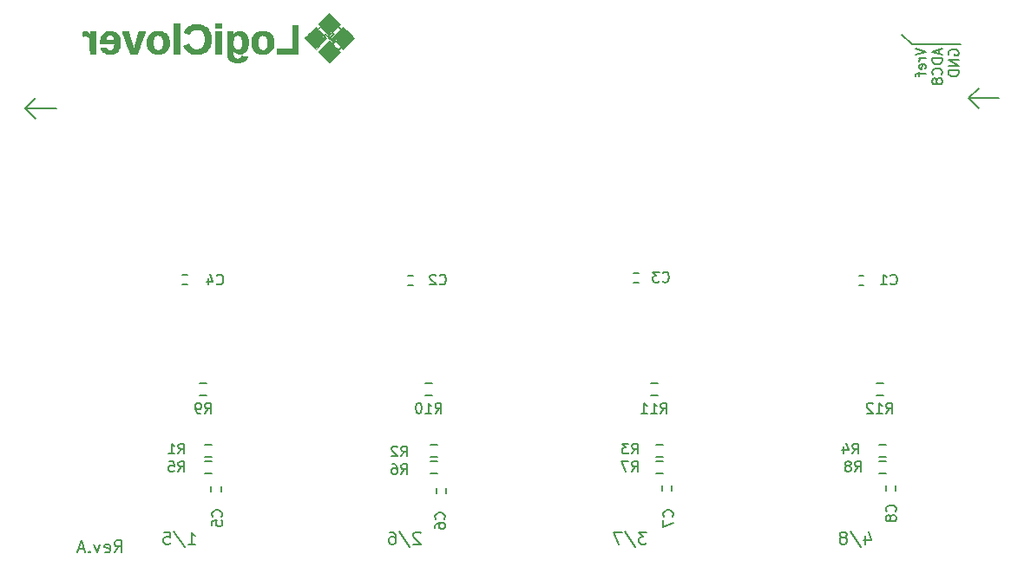
<source format=gbo>
G04 #@! TF.FileFunction,Legend,Bot*
%FSLAX46Y46*%
G04 Gerber Fmt 4.6, Leading zero omitted, Abs format (unit mm)*
G04 Created by KiCad (PCBNEW 4.0.2-stable) date 2017/01/23 23:07:35*
%MOMM*%
G01*
G04 APERTURE LIST*
%ADD10C,0.100000*%
%ADD11C,0.200000*%
%ADD12C,0.010000*%
%ADD13C,0.150000*%
%ADD14R,0.600000X0.500000*%
%ADD15R,0.500000X0.600000*%
%ADD16R,1.800000X1.800000*%
%ADD17C,1.800000*%
%ADD18C,4.500000*%
%ADD19R,1.700000X1.700000*%
%ADD20O,1.700000X1.700000*%
%ADD21R,0.800000X0.750000*%
%ADD22O,3.048000X1.727200*%
%ADD23O,3.600000X1.400000*%
G04 APERTURE END LIST*
D10*
D11*
X175500000Y-52750000D02*
X174500000Y-51750000D01*
X180250000Y-52750000D02*
X175500000Y-52750000D01*
X175852381Y-53095238D02*
X176852381Y-53428571D01*
X175852381Y-53761905D01*
X176852381Y-54095238D02*
X176185714Y-54095238D01*
X176376190Y-54095238D02*
X176280952Y-54142857D01*
X176233333Y-54190476D01*
X176185714Y-54285714D01*
X176185714Y-54380953D01*
X176804762Y-55095239D02*
X176852381Y-55000001D01*
X176852381Y-54809524D01*
X176804762Y-54714286D01*
X176709524Y-54666667D01*
X176328571Y-54666667D01*
X176233333Y-54714286D01*
X176185714Y-54809524D01*
X176185714Y-55000001D01*
X176233333Y-55095239D01*
X176328571Y-55142858D01*
X176423810Y-55142858D01*
X176519048Y-54666667D01*
X176185714Y-55428572D02*
X176185714Y-55809524D01*
X176852381Y-55571429D02*
X175995238Y-55571429D01*
X175900000Y-55619048D01*
X175852381Y-55714286D01*
X175852381Y-55809524D01*
X178166667Y-53190476D02*
X178166667Y-53666667D01*
X178452381Y-53095238D02*
X177452381Y-53428571D01*
X178452381Y-53761905D01*
X178452381Y-54095238D02*
X177452381Y-54095238D01*
X177452381Y-54333333D01*
X177500000Y-54476191D01*
X177595238Y-54571429D01*
X177690476Y-54619048D01*
X177880952Y-54666667D01*
X178023810Y-54666667D01*
X178214286Y-54619048D01*
X178309524Y-54571429D01*
X178404762Y-54476191D01*
X178452381Y-54333333D01*
X178452381Y-54095238D01*
X178357143Y-55666667D02*
X178404762Y-55619048D01*
X178452381Y-55476191D01*
X178452381Y-55380953D01*
X178404762Y-55238095D01*
X178309524Y-55142857D01*
X178214286Y-55095238D01*
X178023810Y-55047619D01*
X177880952Y-55047619D01*
X177690476Y-55095238D01*
X177595238Y-55142857D01*
X177500000Y-55238095D01*
X177452381Y-55380953D01*
X177452381Y-55476191D01*
X177500000Y-55619048D01*
X177547619Y-55666667D01*
X177880952Y-56238095D02*
X177833333Y-56142857D01*
X177785714Y-56095238D01*
X177690476Y-56047619D01*
X177642857Y-56047619D01*
X177547619Y-56095238D01*
X177500000Y-56142857D01*
X177452381Y-56238095D01*
X177452381Y-56428572D01*
X177500000Y-56523810D01*
X177547619Y-56571429D01*
X177642857Y-56619048D01*
X177690476Y-56619048D01*
X177785714Y-56571429D01*
X177833333Y-56523810D01*
X177880952Y-56428572D01*
X177880952Y-56238095D01*
X177928571Y-56142857D01*
X177976190Y-56095238D01*
X178071429Y-56047619D01*
X178261905Y-56047619D01*
X178357143Y-56095238D01*
X178404762Y-56142857D01*
X178452381Y-56238095D01*
X178452381Y-56428572D01*
X178404762Y-56523810D01*
X178357143Y-56571429D01*
X178261905Y-56619048D01*
X178071429Y-56619048D01*
X177976190Y-56571429D01*
X177928571Y-56523810D01*
X177880952Y-56428572D01*
X179100000Y-53761905D02*
X179052381Y-53666667D01*
X179052381Y-53523810D01*
X179100000Y-53380952D01*
X179195238Y-53285714D01*
X179290476Y-53238095D01*
X179480952Y-53190476D01*
X179623810Y-53190476D01*
X179814286Y-53238095D01*
X179909524Y-53285714D01*
X180004762Y-53380952D01*
X180052381Y-53523810D01*
X180052381Y-53619048D01*
X180004762Y-53761905D01*
X179957143Y-53809524D01*
X179623810Y-53809524D01*
X179623810Y-53619048D01*
X180052381Y-54238095D02*
X179052381Y-54238095D01*
X180052381Y-54809524D01*
X179052381Y-54809524D01*
X180052381Y-55285714D02*
X179052381Y-55285714D01*
X179052381Y-55523809D01*
X179100000Y-55666667D01*
X179195238Y-55761905D01*
X179290476Y-55809524D01*
X179480952Y-55857143D01*
X179623810Y-55857143D01*
X179814286Y-55809524D01*
X179909524Y-55761905D01*
X180004762Y-55666667D01*
X180052381Y-55523809D01*
X180052381Y-55285714D01*
X104857142Y-101542857D02*
X105542857Y-101542857D01*
X105199999Y-101542857D02*
X105199999Y-100342857D01*
X105314285Y-100514286D01*
X105428571Y-100628571D01*
X105542857Y-100685714D01*
X103485714Y-100285714D02*
X104514285Y-101828571D01*
X102514285Y-100342857D02*
X103085714Y-100342857D01*
X103142857Y-100914286D01*
X103085714Y-100857143D01*
X102971428Y-100800000D01*
X102685714Y-100800000D01*
X102571428Y-100857143D01*
X102514285Y-100914286D01*
X102457142Y-101028571D01*
X102457142Y-101314286D01*
X102514285Y-101428571D01*
X102571428Y-101485714D01*
X102685714Y-101542857D01*
X102971428Y-101542857D01*
X103085714Y-101485714D01*
X103142857Y-101428571D01*
X127542857Y-100457143D02*
X127485714Y-100400000D01*
X127371428Y-100342857D01*
X127085714Y-100342857D01*
X126971428Y-100400000D01*
X126914285Y-100457143D01*
X126857142Y-100571429D01*
X126857142Y-100685714D01*
X126914285Y-100857143D01*
X127599999Y-101542857D01*
X126857142Y-101542857D01*
X125485714Y-100285714D02*
X126514285Y-101828571D01*
X124571428Y-100342857D02*
X124799999Y-100342857D01*
X124914285Y-100400000D01*
X124971428Y-100457143D01*
X125085714Y-100628571D01*
X125142857Y-100857143D01*
X125142857Y-101314286D01*
X125085714Y-101428571D01*
X125028571Y-101485714D01*
X124914285Y-101542857D01*
X124685714Y-101542857D01*
X124571428Y-101485714D01*
X124514285Y-101428571D01*
X124457142Y-101314286D01*
X124457142Y-101028571D01*
X124514285Y-100914286D01*
X124571428Y-100857143D01*
X124685714Y-100800000D01*
X124914285Y-100800000D01*
X125028571Y-100857143D01*
X125085714Y-100914286D01*
X125142857Y-101028571D01*
X149599999Y-100342857D02*
X148857142Y-100342857D01*
X149257142Y-100800000D01*
X149085714Y-100800000D01*
X148971428Y-100857143D01*
X148914285Y-100914286D01*
X148857142Y-101028571D01*
X148857142Y-101314286D01*
X148914285Y-101428571D01*
X148971428Y-101485714D01*
X149085714Y-101542857D01*
X149428571Y-101542857D01*
X149542857Y-101485714D01*
X149599999Y-101428571D01*
X147485714Y-100285714D02*
X148514285Y-101828571D01*
X147199999Y-100342857D02*
X146399999Y-100342857D01*
X146914285Y-101542857D01*
X170971428Y-100742857D02*
X170971428Y-101542857D01*
X171257142Y-100285714D02*
X171542857Y-101142857D01*
X170799999Y-101142857D01*
X169485714Y-100285714D02*
X170514285Y-101828571D01*
X168914285Y-100857143D02*
X169028571Y-100800000D01*
X169085714Y-100742857D01*
X169142857Y-100628571D01*
X169142857Y-100571429D01*
X169085714Y-100457143D01*
X169028571Y-100400000D01*
X168914285Y-100342857D01*
X168685714Y-100342857D01*
X168571428Y-100400000D01*
X168514285Y-100457143D01*
X168457142Y-100571429D01*
X168457142Y-100628571D01*
X168514285Y-100742857D01*
X168571428Y-100800000D01*
X168685714Y-100857143D01*
X168914285Y-100857143D01*
X169028571Y-100914286D01*
X169085714Y-100971429D01*
X169142857Y-101085714D01*
X169142857Y-101314286D01*
X169085714Y-101428571D01*
X169028571Y-101485714D01*
X168914285Y-101542857D01*
X168685714Y-101542857D01*
X168571428Y-101485714D01*
X168514285Y-101428571D01*
X168457142Y-101314286D01*
X168457142Y-101085714D01*
X168514285Y-100971429D01*
X168571428Y-100914286D01*
X168685714Y-100857143D01*
X89000000Y-59000000D02*
X90000000Y-60000000D01*
X89000000Y-59000000D02*
X90000000Y-58000000D01*
X92000000Y-59000000D02*
X89000000Y-59000000D01*
X181000000Y-58000000D02*
X182000000Y-59000000D01*
X181000000Y-58000000D02*
X182000000Y-57000000D01*
X184000000Y-58000000D02*
X181000000Y-58000000D01*
X97699999Y-102342857D02*
X98099999Y-101771429D01*
X98385714Y-102342857D02*
X98385714Y-101142857D01*
X97928571Y-101142857D01*
X97814285Y-101200000D01*
X97757142Y-101257143D01*
X97699999Y-101371429D01*
X97699999Y-101542857D01*
X97757142Y-101657143D01*
X97814285Y-101714286D01*
X97928571Y-101771429D01*
X98385714Y-101771429D01*
X96728571Y-102285714D02*
X96842857Y-102342857D01*
X97071428Y-102342857D01*
X97185714Y-102285714D01*
X97242857Y-102171429D01*
X97242857Y-101714286D01*
X97185714Y-101600000D01*
X97071428Y-101542857D01*
X96842857Y-101542857D01*
X96728571Y-101600000D01*
X96671428Y-101714286D01*
X96671428Y-101828571D01*
X97242857Y-101942857D01*
X96271428Y-101542857D02*
X95985714Y-102342857D01*
X95700000Y-101542857D01*
X95242857Y-102228571D02*
X95185714Y-102285714D01*
X95242857Y-102342857D01*
X95300000Y-102285714D01*
X95242857Y-102228571D01*
X95242857Y-102342857D01*
X94728571Y-102000000D02*
X94157142Y-102000000D01*
X94842856Y-102342857D02*
X94442856Y-101142857D01*
X94042856Y-102342857D01*
D12*
G36*
X117556939Y-50766116D02*
X117642873Y-50852408D01*
X117728806Y-50938701D01*
X117602103Y-51065647D01*
X117475399Y-51192594D01*
X117393511Y-51111046D01*
X117311623Y-51029499D01*
X116774240Y-51566938D01*
X116692367Y-51648935D01*
X116614291Y-51727352D01*
X116540954Y-51801231D01*
X116473297Y-51869614D01*
X116412260Y-51931542D01*
X116358785Y-51986056D01*
X116313813Y-52032199D01*
X116278285Y-52069012D01*
X116253141Y-52095536D01*
X116239324Y-52110814D01*
X116236857Y-52114224D01*
X116243142Y-52121983D01*
X116261367Y-52141556D01*
X116290587Y-52171984D01*
X116329855Y-52212308D01*
X116378226Y-52261571D01*
X116434754Y-52318813D01*
X116498495Y-52383075D01*
X116568501Y-52453401D01*
X116643828Y-52528830D01*
X116723531Y-52608405D01*
X116772930Y-52657613D01*
X117309004Y-53191156D01*
X117850092Y-52650067D01*
X118391181Y-52108979D01*
X118300547Y-52018143D01*
X118218721Y-52018143D01*
X117960429Y-52018143D01*
X117960429Y-51891143D01*
X117960589Y-51845499D01*
X117961030Y-51807132D01*
X117961690Y-51779289D01*
X117962508Y-51765215D01*
X117962818Y-51764143D01*
X117969648Y-51770254D01*
X117987296Y-51787294D01*
X118013790Y-51813325D01*
X118047160Y-51846407D01*
X118085432Y-51884601D01*
X118091964Y-51891143D01*
X118218721Y-52018143D01*
X118300547Y-52018143D01*
X118273437Y-51990973D01*
X118155694Y-51872968D01*
X118207738Y-51820924D01*
X118259781Y-51768880D01*
X118408555Y-51917449D01*
X118456332Y-51965351D01*
X118492682Y-52002446D01*
X118519148Y-52030613D01*
X118537273Y-52051731D01*
X118548603Y-52067676D01*
X118554679Y-52080328D01*
X118557046Y-52091566D01*
X118557329Y-52098469D01*
X118565612Y-52131160D01*
X118587327Y-52158814D01*
X118617767Y-52176889D01*
X118643307Y-52181429D01*
X118654457Y-52182731D01*
X118666820Y-52187694D01*
X118682310Y-52197896D01*
X118702841Y-52214919D01*
X118730327Y-52240343D01*
X118766683Y-52275749D01*
X118810985Y-52319874D01*
X118856969Y-52366169D01*
X118891550Y-52401759D01*
X118916323Y-52428603D01*
X118932880Y-52448656D01*
X118942814Y-52463875D01*
X118947720Y-52476215D01*
X118949191Y-52487634D01*
X118949214Y-52489581D01*
X118945163Y-52514369D01*
X118930842Y-52538302D01*
X118915473Y-52555397D01*
X118881731Y-52589951D01*
X118761200Y-52469669D01*
X118640669Y-52349386D01*
X117556788Y-53433267D01*
X118096491Y-53973026D01*
X118178548Y-54055034D01*
X118256917Y-54133238D01*
X118330650Y-54206703D01*
X118398803Y-54274492D01*
X118460430Y-54335669D01*
X118514587Y-54389297D01*
X118560328Y-54434440D01*
X118596707Y-54470161D01*
X118622781Y-54495524D01*
X118637602Y-54509593D01*
X118640757Y-54512237D01*
X118647722Y-54505894D01*
X118666570Y-54487663D01*
X118696354Y-54458479D01*
X118736128Y-54419283D01*
X118784945Y-54371012D01*
X118841857Y-54314605D01*
X118905918Y-54250998D01*
X118976180Y-54181132D01*
X119051698Y-54105943D01*
X119131524Y-54026371D01*
X119185072Y-53972943D01*
X119724822Y-53434197D01*
X119640935Y-53349685D01*
X119557049Y-53265173D01*
X119683996Y-53138469D01*
X119810942Y-53011765D01*
X119894981Y-53095455D01*
X119979020Y-53179144D01*
X120205743Y-52952397D01*
X119751896Y-52952397D01*
X119625054Y-53079482D01*
X119498211Y-53206568D01*
X119219339Y-52927804D01*
X118940467Y-52649041D01*
X118973896Y-52614806D01*
X119004492Y-52589434D01*
X119030961Y-52580594D01*
X119032271Y-52580572D01*
X119073272Y-52572591D01*
X119105159Y-52550502D01*
X119125127Y-52517085D01*
X119130643Y-52483016D01*
X119138347Y-52456033D01*
X119162286Y-52426462D01*
X119162632Y-52426126D01*
X119194620Y-52395121D01*
X119751896Y-52952397D01*
X120205743Y-52952397D01*
X120967559Y-52190500D01*
X119339286Y-52190500D01*
X119339286Y-52322036D01*
X119339131Y-52368542D01*
X119338705Y-52407828D01*
X119338066Y-52436703D01*
X119337271Y-52451978D01*
X119336901Y-52453572D01*
X119330078Y-52447456D01*
X119312401Y-52430379D01*
X119285803Y-52404244D01*
X119252222Y-52370958D01*
X119213592Y-52332425D01*
X119203214Y-52322036D01*
X119071913Y-52190500D01*
X119339286Y-52190500D01*
X120967559Y-52190500D01*
X121058264Y-52099786D01*
X120518631Y-51560095D01*
X120223785Y-51265217D01*
X119733816Y-51265217D01*
X119316653Y-51682454D01*
X118899489Y-52099692D01*
X119017022Y-52217486D01*
X119134554Y-52335279D01*
X119103605Y-52367211D01*
X119078833Y-52388723D01*
X119055676Y-52397971D01*
X119040523Y-52399143D01*
X119028904Y-52398192D01*
X119016958Y-52394274D01*
X119002713Y-52385790D01*
X118984198Y-52371144D01*
X118959441Y-52348736D01*
X118926470Y-52316970D01*
X118883313Y-52274248D01*
X118869946Y-52260913D01*
X118823159Y-52213862D01*
X118787954Y-52177496D01*
X118762789Y-52149973D01*
X118746123Y-52129451D01*
X118736413Y-52114087D01*
X118732119Y-52102038D01*
X118731500Y-52095443D01*
X118733051Y-52085717D01*
X118738608Y-52073756D01*
X118749526Y-52058000D01*
X118767158Y-52036885D01*
X118792861Y-52008850D01*
X118827988Y-51972333D01*
X118873895Y-51925770D01*
X118910524Y-51889010D01*
X119089547Y-51709819D01*
X119084522Y-51704770D01*
X118976642Y-51704770D01*
X118826171Y-51855437D01*
X118777976Y-51903512D01*
X118740624Y-51940144D01*
X118712267Y-51966854D01*
X118691056Y-51985164D01*
X118675142Y-51996596D01*
X118662677Y-52002670D01*
X118651813Y-52004909D01*
X118644420Y-52005017D01*
X118633979Y-52003604D01*
X118622476Y-51999152D01*
X118608259Y-51990248D01*
X118589674Y-51975483D01*
X118565070Y-51953444D01*
X118532794Y-51922722D01*
X118491194Y-51881903D01*
X118438617Y-51829579D01*
X118436514Y-51827479D01*
X118259888Y-51651027D01*
X118178108Y-51732427D01*
X118096329Y-51813828D01*
X117812961Y-51530461D01*
X117529594Y-51247093D01*
X117657092Y-51119594D01*
X117784591Y-50992096D01*
X118642053Y-51839724D01*
X118759258Y-51722779D01*
X118876463Y-51605835D01*
X118926553Y-51655302D01*
X118976642Y-51704770D01*
X119084522Y-51704770D01*
X119010371Y-51630274D01*
X118931194Y-51550729D01*
X119071624Y-51410357D01*
X118989801Y-51410357D01*
X118858500Y-51541893D01*
X118818897Y-51581455D01*
X118783851Y-51616254D01*
X118755297Y-51644384D01*
X118735172Y-51663941D01*
X118725411Y-51673019D01*
X118724814Y-51673429D01*
X118723971Y-51664889D01*
X118723258Y-51641396D01*
X118722735Y-51606139D01*
X118722458Y-51562307D01*
X118722429Y-51541893D01*
X118722429Y-51410357D01*
X118989801Y-51410357D01*
X119071624Y-51410357D01*
X119475374Y-51006775D01*
X119733816Y-51265217D01*
X120223785Y-51265217D01*
X119978998Y-51020405D01*
X119788056Y-51210755D01*
X119658951Y-51081419D01*
X119529846Y-50952084D01*
X119625054Y-50856876D01*
X119720262Y-50761669D01*
X119180514Y-50221978D01*
X118640767Y-49682288D01*
X117556939Y-50766116D01*
X117556939Y-50766116D01*
G37*
X117556939Y-50766116D02*
X117642873Y-50852408D01*
X117728806Y-50938701D01*
X117602103Y-51065647D01*
X117475399Y-51192594D01*
X117393511Y-51111046D01*
X117311623Y-51029499D01*
X116774240Y-51566938D01*
X116692367Y-51648935D01*
X116614291Y-51727352D01*
X116540954Y-51801231D01*
X116473297Y-51869614D01*
X116412260Y-51931542D01*
X116358785Y-51986056D01*
X116313813Y-52032199D01*
X116278285Y-52069012D01*
X116253141Y-52095536D01*
X116239324Y-52110814D01*
X116236857Y-52114224D01*
X116243142Y-52121983D01*
X116261367Y-52141556D01*
X116290587Y-52171984D01*
X116329855Y-52212308D01*
X116378226Y-52261571D01*
X116434754Y-52318813D01*
X116498495Y-52383075D01*
X116568501Y-52453401D01*
X116643828Y-52528830D01*
X116723531Y-52608405D01*
X116772930Y-52657613D01*
X117309004Y-53191156D01*
X117850092Y-52650067D01*
X118391181Y-52108979D01*
X118300547Y-52018143D01*
X118218721Y-52018143D01*
X117960429Y-52018143D01*
X117960429Y-51891143D01*
X117960589Y-51845499D01*
X117961030Y-51807132D01*
X117961690Y-51779289D01*
X117962508Y-51765215D01*
X117962818Y-51764143D01*
X117969648Y-51770254D01*
X117987296Y-51787294D01*
X118013790Y-51813325D01*
X118047160Y-51846407D01*
X118085432Y-51884601D01*
X118091964Y-51891143D01*
X118218721Y-52018143D01*
X118300547Y-52018143D01*
X118273437Y-51990973D01*
X118155694Y-51872968D01*
X118207738Y-51820924D01*
X118259781Y-51768880D01*
X118408555Y-51917449D01*
X118456332Y-51965351D01*
X118492682Y-52002446D01*
X118519148Y-52030613D01*
X118537273Y-52051731D01*
X118548603Y-52067676D01*
X118554679Y-52080328D01*
X118557046Y-52091566D01*
X118557329Y-52098469D01*
X118565612Y-52131160D01*
X118587327Y-52158814D01*
X118617767Y-52176889D01*
X118643307Y-52181429D01*
X118654457Y-52182731D01*
X118666820Y-52187694D01*
X118682310Y-52197896D01*
X118702841Y-52214919D01*
X118730327Y-52240343D01*
X118766683Y-52275749D01*
X118810985Y-52319874D01*
X118856969Y-52366169D01*
X118891550Y-52401759D01*
X118916323Y-52428603D01*
X118932880Y-52448656D01*
X118942814Y-52463875D01*
X118947720Y-52476215D01*
X118949191Y-52487634D01*
X118949214Y-52489581D01*
X118945163Y-52514369D01*
X118930842Y-52538302D01*
X118915473Y-52555397D01*
X118881731Y-52589951D01*
X118761200Y-52469669D01*
X118640669Y-52349386D01*
X117556788Y-53433267D01*
X118096491Y-53973026D01*
X118178548Y-54055034D01*
X118256917Y-54133238D01*
X118330650Y-54206703D01*
X118398803Y-54274492D01*
X118460430Y-54335669D01*
X118514587Y-54389297D01*
X118560328Y-54434440D01*
X118596707Y-54470161D01*
X118622781Y-54495524D01*
X118637602Y-54509593D01*
X118640757Y-54512237D01*
X118647722Y-54505894D01*
X118666570Y-54487663D01*
X118696354Y-54458479D01*
X118736128Y-54419283D01*
X118784945Y-54371012D01*
X118841857Y-54314605D01*
X118905918Y-54250998D01*
X118976180Y-54181132D01*
X119051698Y-54105943D01*
X119131524Y-54026371D01*
X119185072Y-53972943D01*
X119724822Y-53434197D01*
X119640935Y-53349685D01*
X119557049Y-53265173D01*
X119683996Y-53138469D01*
X119810942Y-53011765D01*
X119894981Y-53095455D01*
X119979020Y-53179144D01*
X120205743Y-52952397D01*
X119751896Y-52952397D01*
X119625054Y-53079482D01*
X119498211Y-53206568D01*
X119219339Y-52927804D01*
X118940467Y-52649041D01*
X118973896Y-52614806D01*
X119004492Y-52589434D01*
X119030961Y-52580594D01*
X119032271Y-52580572D01*
X119073272Y-52572591D01*
X119105159Y-52550502D01*
X119125127Y-52517085D01*
X119130643Y-52483016D01*
X119138347Y-52456033D01*
X119162286Y-52426462D01*
X119162632Y-52426126D01*
X119194620Y-52395121D01*
X119751896Y-52952397D01*
X120205743Y-52952397D01*
X120967559Y-52190500D01*
X119339286Y-52190500D01*
X119339286Y-52322036D01*
X119339131Y-52368542D01*
X119338705Y-52407828D01*
X119338066Y-52436703D01*
X119337271Y-52451978D01*
X119336901Y-52453572D01*
X119330078Y-52447456D01*
X119312401Y-52430379D01*
X119285803Y-52404244D01*
X119252222Y-52370958D01*
X119213592Y-52332425D01*
X119203214Y-52322036D01*
X119071913Y-52190500D01*
X119339286Y-52190500D01*
X120967559Y-52190500D01*
X121058264Y-52099786D01*
X120518631Y-51560095D01*
X120223785Y-51265217D01*
X119733816Y-51265217D01*
X119316653Y-51682454D01*
X118899489Y-52099692D01*
X119017022Y-52217486D01*
X119134554Y-52335279D01*
X119103605Y-52367211D01*
X119078833Y-52388723D01*
X119055676Y-52397971D01*
X119040523Y-52399143D01*
X119028904Y-52398192D01*
X119016958Y-52394274D01*
X119002713Y-52385790D01*
X118984198Y-52371144D01*
X118959441Y-52348736D01*
X118926470Y-52316970D01*
X118883313Y-52274248D01*
X118869946Y-52260913D01*
X118823159Y-52213862D01*
X118787954Y-52177496D01*
X118762789Y-52149973D01*
X118746123Y-52129451D01*
X118736413Y-52114087D01*
X118732119Y-52102038D01*
X118731500Y-52095443D01*
X118733051Y-52085717D01*
X118738608Y-52073756D01*
X118749526Y-52058000D01*
X118767158Y-52036885D01*
X118792861Y-52008850D01*
X118827988Y-51972333D01*
X118873895Y-51925770D01*
X118910524Y-51889010D01*
X119089547Y-51709819D01*
X119084522Y-51704770D01*
X118976642Y-51704770D01*
X118826171Y-51855437D01*
X118777976Y-51903512D01*
X118740624Y-51940144D01*
X118712267Y-51966854D01*
X118691056Y-51985164D01*
X118675142Y-51996596D01*
X118662677Y-52002670D01*
X118651813Y-52004909D01*
X118644420Y-52005017D01*
X118633979Y-52003604D01*
X118622476Y-51999152D01*
X118608259Y-51990248D01*
X118589674Y-51975483D01*
X118565070Y-51953444D01*
X118532794Y-51922722D01*
X118491194Y-51881903D01*
X118438617Y-51829579D01*
X118436514Y-51827479D01*
X118259888Y-51651027D01*
X118178108Y-51732427D01*
X118096329Y-51813828D01*
X117812961Y-51530461D01*
X117529594Y-51247093D01*
X117657092Y-51119594D01*
X117784591Y-50992096D01*
X118642053Y-51839724D01*
X118759258Y-51722779D01*
X118876463Y-51605835D01*
X118926553Y-51655302D01*
X118976642Y-51704770D01*
X119084522Y-51704770D01*
X119010371Y-51630274D01*
X118931194Y-51550729D01*
X119071624Y-51410357D01*
X118989801Y-51410357D01*
X118858500Y-51541893D01*
X118818897Y-51581455D01*
X118783851Y-51616254D01*
X118755297Y-51644384D01*
X118735172Y-51663941D01*
X118725411Y-51673019D01*
X118724814Y-51673429D01*
X118723971Y-51664889D01*
X118723258Y-51641396D01*
X118722735Y-51606139D01*
X118722458Y-51562307D01*
X118722429Y-51541893D01*
X118722429Y-51410357D01*
X118989801Y-51410357D01*
X119071624Y-51410357D01*
X119475374Y-51006775D01*
X119733816Y-51265217D01*
X120223785Y-51265217D01*
X119978998Y-51020405D01*
X119788056Y-51210755D01*
X119658951Y-51081419D01*
X119529846Y-50952084D01*
X119625054Y-50856876D01*
X119720262Y-50761669D01*
X119180514Y-50221978D01*
X118640767Y-49682288D01*
X117556939Y-50766116D01*
G36*
X109798544Y-51427102D02*
X109726060Y-51434948D01*
X109673679Y-51445615D01*
X109565492Y-51482865D01*
X109469480Y-51533216D01*
X109385994Y-51596397D01*
X109315384Y-51672140D01*
X109258002Y-51760173D01*
X109253574Y-51768545D01*
X109229933Y-51814036D01*
X109218642Y-51668893D01*
X109214420Y-51617061D01*
X109210197Y-51569490D01*
X109206344Y-51530079D01*
X109203233Y-51502730D01*
X109201979Y-51494268D01*
X109196607Y-51464786D01*
X108931678Y-51464783D01*
X108666750Y-51464781D01*
X108669031Y-52074837D01*
X108669791Y-52276945D01*
X108670504Y-52461740D01*
X108671184Y-52630054D01*
X108671843Y-52782716D01*
X108672497Y-52920559D01*
X108673157Y-53044411D01*
X108673839Y-53155104D01*
X108674556Y-53253468D01*
X108675321Y-53340333D01*
X108676149Y-53416531D01*
X108677053Y-53482892D01*
X108678047Y-53540246D01*
X108679144Y-53589424D01*
X108680358Y-53631257D01*
X108681704Y-53666574D01*
X108683194Y-53696208D01*
X108684842Y-53720987D01*
X108686663Y-53741743D01*
X108688670Y-53759307D01*
X108690876Y-53774508D01*
X108693295Y-53788178D01*
X108695942Y-53801146D01*
X108697688Y-53809132D01*
X108728798Y-53922962D01*
X108769053Y-54023067D01*
X108819817Y-54112110D01*
X108882452Y-54192756D01*
X108907835Y-54219904D01*
X108989028Y-54291866D01*
X109080796Y-54352083D01*
X109184445Y-54401193D01*
X109301284Y-54439833D01*
X109408665Y-54464307D01*
X109455433Y-54470878D01*
X109515884Y-54476028D01*
X109585685Y-54479696D01*
X109660506Y-54481820D01*
X109736016Y-54482340D01*
X109807881Y-54481195D01*
X109871772Y-54478324D01*
X109923356Y-54473665D01*
X109936750Y-54471755D01*
X110067768Y-54444008D01*
X110186985Y-54405097D01*
X110293670Y-54355468D01*
X110387094Y-54295570D01*
X110466527Y-54225848D01*
X110531241Y-54146751D01*
X110568003Y-54084850D01*
X110579056Y-54060459D01*
X110591630Y-54028576D01*
X110604266Y-53993528D01*
X110615505Y-53959644D01*
X110623886Y-53931252D01*
X110627950Y-53912681D01*
X110627644Y-53907978D01*
X110617807Y-53905787D01*
X110592645Y-53901966D01*
X110554868Y-53896834D01*
X110507190Y-53890710D01*
X110452322Y-53883911D01*
X110392977Y-53876757D01*
X110331867Y-53869566D01*
X110271704Y-53862656D01*
X110215200Y-53856345D01*
X110165068Y-53850953D01*
X110124018Y-53846798D01*
X110094764Y-53844198D01*
X110080018Y-53843471D01*
X110079113Y-53843564D01*
X110069665Y-53852715D01*
X110057105Y-53873987D01*
X110046371Y-53897547D01*
X110009208Y-53966915D01*
X109959133Y-54023547D01*
X109896109Y-54067474D01*
X109838320Y-54092806D01*
X109793951Y-54103235D01*
X109737641Y-54109081D01*
X109674982Y-54110427D01*
X109611566Y-54107358D01*
X109552984Y-54099958D01*
X109504827Y-54088312D01*
X109503149Y-54087743D01*
X109436617Y-54055503D01*
X109377565Y-54008135D01*
X109328491Y-53947955D01*
X109302399Y-53901540D01*
X109284921Y-53862563D01*
X109270927Y-53825405D01*
X109260001Y-53787301D01*
X109251725Y-53745488D01*
X109245680Y-53697202D01*
X109241450Y-53639679D01*
X109238617Y-53570156D01*
X109236764Y-53485869D01*
X109236445Y-53465036D01*
X109233049Y-53229179D01*
X109262834Y-53283607D01*
X109282388Y-53313653D01*
X109311232Y-53350898D01*
X109345280Y-53390281D01*
X109369756Y-53416138D01*
X109409751Y-53455082D01*
X109443805Y-53483960D01*
X109477346Y-53506844D01*
X109515801Y-53527805D01*
X109524000Y-53531852D01*
X109580245Y-53557793D01*
X109631271Y-53577398D01*
X109681264Y-53591499D01*
X109734408Y-53600930D01*
X109794890Y-53606526D01*
X109866894Y-53609120D01*
X109914072Y-53609574D01*
X109979311Y-53609424D01*
X110029851Y-53608344D01*
X110069121Y-53606093D01*
X110100551Y-53602431D01*
X110127570Y-53597116D01*
X110140857Y-53593664D01*
X110242921Y-53556036D01*
X110336416Y-53502827D01*
X110420813Y-53434721D01*
X110495583Y-53352401D01*
X110560197Y-53256552D01*
X110614127Y-53147857D01*
X110656844Y-53026998D01*
X110687817Y-52894661D01*
X110689622Y-52884464D01*
X110708802Y-52738519D01*
X110717678Y-52585460D01*
X110717143Y-52525906D01*
X110130620Y-52525906D01*
X110128845Y-52594179D01*
X110118441Y-52724952D01*
X110099207Y-52840051D01*
X110071015Y-52939724D01*
X110033734Y-53024215D01*
X109987235Y-53093774D01*
X109931389Y-53148645D01*
X109866067Y-53189076D01*
X109805214Y-53211662D01*
X109756046Y-53220396D01*
X109697349Y-53223336D01*
X109636772Y-53220525D01*
X109581963Y-53212005D01*
X109575202Y-53210363D01*
X109516266Y-53190776D01*
X109466125Y-53163019D01*
X109418544Y-53123327D01*
X109400063Y-53104569D01*
X109348607Y-53039210D01*
X109306949Y-52961930D01*
X109274864Y-52871934D01*
X109252129Y-52768421D01*
X109238518Y-52650596D01*
X109233809Y-52517659D01*
X109233802Y-52512536D01*
X109238567Y-52378648D01*
X109253035Y-52259529D01*
X109277408Y-52154490D01*
X109311891Y-52062844D01*
X109356687Y-51983902D01*
X109408893Y-51920138D01*
X109466453Y-51873323D01*
X109533139Y-51839689D01*
X109605947Y-51819195D01*
X109681875Y-51811799D01*
X109757919Y-51817459D01*
X109831077Y-51836133D01*
X109898345Y-51867781D01*
X109956721Y-51912360D01*
X109971784Y-51927952D01*
X110020017Y-51994051D01*
X110059930Y-52075199D01*
X110091233Y-52170177D01*
X110113641Y-52277766D01*
X110126866Y-52396749D01*
X110130620Y-52525906D01*
X110717143Y-52525906D01*
X110716288Y-52430944D01*
X110704664Y-52280627D01*
X110685097Y-52151597D01*
X110651617Y-52014249D01*
X110606918Y-51890666D01*
X110551147Y-51781022D01*
X110484450Y-51685496D01*
X110406973Y-51604264D01*
X110318863Y-51537502D01*
X110220266Y-51485387D01*
X110111327Y-51448095D01*
X110100036Y-51445229D01*
X110034338Y-51433260D01*
X109958387Y-51426253D01*
X109877888Y-51424202D01*
X109798544Y-51427102D01*
X109798544Y-51427102D01*
G37*
X109798544Y-51427102D02*
X109726060Y-51434948D01*
X109673679Y-51445615D01*
X109565492Y-51482865D01*
X109469480Y-51533216D01*
X109385994Y-51596397D01*
X109315384Y-51672140D01*
X109258002Y-51760173D01*
X109253574Y-51768545D01*
X109229933Y-51814036D01*
X109218642Y-51668893D01*
X109214420Y-51617061D01*
X109210197Y-51569490D01*
X109206344Y-51530079D01*
X109203233Y-51502730D01*
X109201979Y-51494268D01*
X109196607Y-51464786D01*
X108931678Y-51464783D01*
X108666750Y-51464781D01*
X108669031Y-52074837D01*
X108669791Y-52276945D01*
X108670504Y-52461740D01*
X108671184Y-52630054D01*
X108671843Y-52782716D01*
X108672497Y-52920559D01*
X108673157Y-53044411D01*
X108673839Y-53155104D01*
X108674556Y-53253468D01*
X108675321Y-53340333D01*
X108676149Y-53416531D01*
X108677053Y-53482892D01*
X108678047Y-53540246D01*
X108679144Y-53589424D01*
X108680358Y-53631257D01*
X108681704Y-53666574D01*
X108683194Y-53696208D01*
X108684842Y-53720987D01*
X108686663Y-53741743D01*
X108688670Y-53759307D01*
X108690876Y-53774508D01*
X108693295Y-53788178D01*
X108695942Y-53801146D01*
X108697688Y-53809132D01*
X108728798Y-53922962D01*
X108769053Y-54023067D01*
X108819817Y-54112110D01*
X108882452Y-54192756D01*
X108907835Y-54219904D01*
X108989028Y-54291866D01*
X109080796Y-54352083D01*
X109184445Y-54401193D01*
X109301284Y-54439833D01*
X109408665Y-54464307D01*
X109455433Y-54470878D01*
X109515884Y-54476028D01*
X109585685Y-54479696D01*
X109660506Y-54481820D01*
X109736016Y-54482340D01*
X109807881Y-54481195D01*
X109871772Y-54478324D01*
X109923356Y-54473665D01*
X109936750Y-54471755D01*
X110067768Y-54444008D01*
X110186985Y-54405097D01*
X110293670Y-54355468D01*
X110387094Y-54295570D01*
X110466527Y-54225848D01*
X110531241Y-54146751D01*
X110568003Y-54084850D01*
X110579056Y-54060459D01*
X110591630Y-54028576D01*
X110604266Y-53993528D01*
X110615505Y-53959644D01*
X110623886Y-53931252D01*
X110627950Y-53912681D01*
X110627644Y-53907978D01*
X110617807Y-53905787D01*
X110592645Y-53901966D01*
X110554868Y-53896834D01*
X110507190Y-53890710D01*
X110452322Y-53883911D01*
X110392977Y-53876757D01*
X110331867Y-53869566D01*
X110271704Y-53862656D01*
X110215200Y-53856345D01*
X110165068Y-53850953D01*
X110124018Y-53846798D01*
X110094764Y-53844198D01*
X110080018Y-53843471D01*
X110079113Y-53843564D01*
X110069665Y-53852715D01*
X110057105Y-53873987D01*
X110046371Y-53897547D01*
X110009208Y-53966915D01*
X109959133Y-54023547D01*
X109896109Y-54067474D01*
X109838320Y-54092806D01*
X109793951Y-54103235D01*
X109737641Y-54109081D01*
X109674982Y-54110427D01*
X109611566Y-54107358D01*
X109552984Y-54099958D01*
X109504827Y-54088312D01*
X109503149Y-54087743D01*
X109436617Y-54055503D01*
X109377565Y-54008135D01*
X109328491Y-53947955D01*
X109302399Y-53901540D01*
X109284921Y-53862563D01*
X109270927Y-53825405D01*
X109260001Y-53787301D01*
X109251725Y-53745488D01*
X109245680Y-53697202D01*
X109241450Y-53639679D01*
X109238617Y-53570156D01*
X109236764Y-53485869D01*
X109236445Y-53465036D01*
X109233049Y-53229179D01*
X109262834Y-53283607D01*
X109282388Y-53313653D01*
X109311232Y-53350898D01*
X109345280Y-53390281D01*
X109369756Y-53416138D01*
X109409751Y-53455082D01*
X109443805Y-53483960D01*
X109477346Y-53506844D01*
X109515801Y-53527805D01*
X109524000Y-53531852D01*
X109580245Y-53557793D01*
X109631271Y-53577398D01*
X109681264Y-53591499D01*
X109734408Y-53600930D01*
X109794890Y-53606526D01*
X109866894Y-53609120D01*
X109914072Y-53609574D01*
X109979311Y-53609424D01*
X110029851Y-53608344D01*
X110069121Y-53606093D01*
X110100551Y-53602431D01*
X110127570Y-53597116D01*
X110140857Y-53593664D01*
X110242921Y-53556036D01*
X110336416Y-53502827D01*
X110420813Y-53434721D01*
X110495583Y-53352401D01*
X110560197Y-53256552D01*
X110614127Y-53147857D01*
X110656844Y-53026998D01*
X110687817Y-52894661D01*
X110689622Y-52884464D01*
X110708802Y-52738519D01*
X110717678Y-52585460D01*
X110717143Y-52525906D01*
X110130620Y-52525906D01*
X110128845Y-52594179D01*
X110118441Y-52724952D01*
X110099207Y-52840051D01*
X110071015Y-52939724D01*
X110033734Y-53024215D01*
X109987235Y-53093774D01*
X109931389Y-53148645D01*
X109866067Y-53189076D01*
X109805214Y-53211662D01*
X109756046Y-53220396D01*
X109697349Y-53223336D01*
X109636772Y-53220525D01*
X109581963Y-53212005D01*
X109575202Y-53210363D01*
X109516266Y-53190776D01*
X109466125Y-53163019D01*
X109418544Y-53123327D01*
X109400063Y-53104569D01*
X109348607Y-53039210D01*
X109306949Y-52961930D01*
X109274864Y-52871934D01*
X109252129Y-52768421D01*
X109238518Y-52650596D01*
X109233809Y-52517659D01*
X109233802Y-52512536D01*
X109238567Y-52378648D01*
X109253035Y-52259529D01*
X109277408Y-52154490D01*
X109311891Y-52062844D01*
X109356687Y-51983902D01*
X109408893Y-51920138D01*
X109466453Y-51873323D01*
X109533139Y-51839689D01*
X109605947Y-51819195D01*
X109681875Y-51811799D01*
X109757919Y-51817459D01*
X109831077Y-51836133D01*
X109898345Y-51867781D01*
X109956721Y-51912360D01*
X109971784Y-51927952D01*
X110020017Y-51994051D01*
X110059930Y-52075199D01*
X110091233Y-52170177D01*
X110113641Y-52277766D01*
X110126866Y-52396749D01*
X110130620Y-52525906D01*
X110717143Y-52525906D01*
X110716288Y-52430944D01*
X110704664Y-52280627D01*
X110685097Y-52151597D01*
X110651617Y-52014249D01*
X110606918Y-51890666D01*
X110551147Y-51781022D01*
X110484450Y-51685496D01*
X110406973Y-51604264D01*
X110318863Y-51537502D01*
X110220266Y-51485387D01*
X110111327Y-51448095D01*
X110100036Y-51445229D01*
X110034338Y-51433260D01*
X109958387Y-51426253D01*
X109877888Y-51424202D01*
X109798544Y-51427102D01*
G36*
X112013665Y-51429185D02*
X111902498Y-51439713D01*
X111804042Y-51456255D01*
X111713517Y-51480003D01*
X111626143Y-51512149D01*
X111560536Y-51542126D01*
X111453619Y-51604299D01*
X111358923Y-51679762D01*
X111276412Y-51768568D01*
X111206047Y-51870771D01*
X111147790Y-51986426D01*
X111101604Y-52115587D01*
X111070029Y-52244929D01*
X111063027Y-52291822D01*
X111057320Y-52352267D01*
X111053034Y-52421712D01*
X111050294Y-52495603D01*
X111049227Y-52569388D01*
X111049958Y-52638513D01*
X111052613Y-52698426D01*
X111056398Y-52738125D01*
X111083195Y-52882542D01*
X111123588Y-53016488D01*
X111177246Y-53139342D01*
X111243837Y-53250478D01*
X111323029Y-53349276D01*
X111414490Y-53435111D01*
X111437381Y-53453071D01*
X111529007Y-53513021D01*
X111633490Y-53564693D01*
X111746840Y-53606543D01*
X111865067Y-53637028D01*
X111948197Y-53650729D01*
X112000835Y-53655390D01*
X112065036Y-53658098D01*
X112135502Y-53658903D01*
X112206935Y-53657855D01*
X112274034Y-53655004D01*
X112331503Y-53650399D01*
X112358822Y-53646869D01*
X112483755Y-53620562D01*
X112600447Y-53581578D01*
X112667250Y-53552204D01*
X112779985Y-53489403D01*
X112879636Y-53414897D01*
X112966470Y-53328308D01*
X113040752Y-53229260D01*
X113102747Y-53117374D01*
X113152722Y-52992272D01*
X113190942Y-52853576D01*
X113203911Y-52789214D01*
X113211894Y-52729407D01*
X113217120Y-52656766D01*
X113219595Y-52576389D01*
X113219506Y-52548625D01*
X112626768Y-52548625D01*
X112626148Y-52620646D01*
X112623851Y-52686696D01*
X112619836Y-52741964D01*
X112617413Y-52762354D01*
X112595374Y-52875538D01*
X112563055Y-52975784D01*
X112520879Y-53062537D01*
X112469269Y-53135239D01*
X112408651Y-53193334D01*
X112339447Y-53236267D01*
X112262080Y-53263480D01*
X112231095Y-53269512D01*
X112172597Y-53274248D01*
X112106548Y-53272729D01*
X112041129Y-53265526D01*
X111984519Y-53253204D01*
X111981022Y-53252141D01*
X111915342Y-53226245D01*
X111859007Y-53190985D01*
X111805804Y-53142380D01*
X111800023Y-53136207D01*
X111752079Y-53075118D01*
X111713029Y-53004551D01*
X111682514Y-52923178D01*
X111660176Y-52829672D01*
X111645656Y-52722705D01*
X111638595Y-52600949D01*
X111637750Y-52535214D01*
X111642364Y-52395937D01*
X111656292Y-52272112D01*
X111679663Y-52163547D01*
X111712606Y-52070050D01*
X111755249Y-51991426D01*
X111807720Y-51927484D01*
X111870150Y-51878030D01*
X111942665Y-51842871D01*
X112025396Y-51821814D01*
X112118429Y-51814668D01*
X112215035Y-51821113D01*
X112300460Y-51841283D01*
X112375871Y-51875608D01*
X112442430Y-51924519D01*
X112459236Y-51940481D01*
X112509349Y-52001236D01*
X112550449Y-52074708D01*
X112583044Y-52162074D01*
X112607644Y-52264514D01*
X112613330Y-52297052D01*
X112618993Y-52344848D01*
X112623148Y-52405915D01*
X112625754Y-52475445D01*
X112626768Y-52548625D01*
X113219506Y-52548625D01*
X113219326Y-52493372D01*
X113216320Y-52412814D01*
X113210582Y-52339811D01*
X113203259Y-52285750D01*
X113171321Y-52146922D01*
X113126024Y-52018431D01*
X113067822Y-51901186D01*
X112997169Y-51796097D01*
X112914522Y-51704073D01*
X112910511Y-51700238D01*
X112810749Y-51617607D01*
X112700924Y-51549741D01*
X112580897Y-51496599D01*
X112450530Y-51458140D01*
X112309684Y-51434321D01*
X112158222Y-51425100D01*
X112013665Y-51429185D01*
X112013665Y-51429185D01*
G37*
X112013665Y-51429185D02*
X111902498Y-51439713D01*
X111804042Y-51456255D01*
X111713517Y-51480003D01*
X111626143Y-51512149D01*
X111560536Y-51542126D01*
X111453619Y-51604299D01*
X111358923Y-51679762D01*
X111276412Y-51768568D01*
X111206047Y-51870771D01*
X111147790Y-51986426D01*
X111101604Y-52115587D01*
X111070029Y-52244929D01*
X111063027Y-52291822D01*
X111057320Y-52352267D01*
X111053034Y-52421712D01*
X111050294Y-52495603D01*
X111049227Y-52569388D01*
X111049958Y-52638513D01*
X111052613Y-52698426D01*
X111056398Y-52738125D01*
X111083195Y-52882542D01*
X111123588Y-53016488D01*
X111177246Y-53139342D01*
X111243837Y-53250478D01*
X111323029Y-53349276D01*
X111414490Y-53435111D01*
X111437381Y-53453071D01*
X111529007Y-53513021D01*
X111633490Y-53564693D01*
X111746840Y-53606543D01*
X111865067Y-53637028D01*
X111948197Y-53650729D01*
X112000835Y-53655390D01*
X112065036Y-53658098D01*
X112135502Y-53658903D01*
X112206935Y-53657855D01*
X112274034Y-53655004D01*
X112331503Y-53650399D01*
X112358822Y-53646869D01*
X112483755Y-53620562D01*
X112600447Y-53581578D01*
X112667250Y-53552204D01*
X112779985Y-53489403D01*
X112879636Y-53414897D01*
X112966470Y-53328308D01*
X113040752Y-53229260D01*
X113102747Y-53117374D01*
X113152722Y-52992272D01*
X113190942Y-52853576D01*
X113203911Y-52789214D01*
X113211894Y-52729407D01*
X113217120Y-52656766D01*
X113219595Y-52576389D01*
X113219506Y-52548625D01*
X112626768Y-52548625D01*
X112626148Y-52620646D01*
X112623851Y-52686696D01*
X112619836Y-52741964D01*
X112617413Y-52762354D01*
X112595374Y-52875538D01*
X112563055Y-52975784D01*
X112520879Y-53062537D01*
X112469269Y-53135239D01*
X112408651Y-53193334D01*
X112339447Y-53236267D01*
X112262080Y-53263480D01*
X112231095Y-53269512D01*
X112172597Y-53274248D01*
X112106548Y-53272729D01*
X112041129Y-53265526D01*
X111984519Y-53253204D01*
X111981022Y-53252141D01*
X111915342Y-53226245D01*
X111859007Y-53190985D01*
X111805804Y-53142380D01*
X111800023Y-53136207D01*
X111752079Y-53075118D01*
X111713029Y-53004551D01*
X111682514Y-52923178D01*
X111660176Y-52829672D01*
X111645656Y-52722705D01*
X111638595Y-52600949D01*
X111637750Y-52535214D01*
X111642364Y-52395937D01*
X111656292Y-52272112D01*
X111679663Y-52163547D01*
X111712606Y-52070050D01*
X111755249Y-51991426D01*
X111807720Y-51927484D01*
X111870150Y-51878030D01*
X111942665Y-51842871D01*
X112025396Y-51821814D01*
X112118429Y-51814668D01*
X112215035Y-51821113D01*
X112300460Y-51841283D01*
X112375871Y-51875608D01*
X112442430Y-51924519D01*
X112459236Y-51940481D01*
X112509349Y-52001236D01*
X112550449Y-52074708D01*
X112583044Y-52162074D01*
X112607644Y-52264514D01*
X112613330Y-52297052D01*
X112618993Y-52344848D01*
X112623148Y-52405915D01*
X112625754Y-52475445D01*
X112626768Y-52548625D01*
X113219506Y-52548625D01*
X113219326Y-52493372D01*
X113216320Y-52412814D01*
X113210582Y-52339811D01*
X113203259Y-52285750D01*
X113171321Y-52146922D01*
X113126024Y-52018431D01*
X113067822Y-51901186D01*
X112997169Y-51796097D01*
X112914522Y-51704073D01*
X112910511Y-51700238D01*
X112810749Y-51617607D01*
X112700924Y-51549741D01*
X112580897Y-51496599D01*
X112450530Y-51458140D01*
X112309684Y-51434321D01*
X112158222Y-51425100D01*
X112013665Y-51429185D01*
G36*
X105622481Y-50772124D02*
X105485514Y-50780777D01*
X105355907Y-50797974D01*
X105328242Y-50803031D01*
X105180652Y-50839442D01*
X105044914Y-50889366D01*
X104921191Y-50952687D01*
X104809648Y-51029287D01*
X104710448Y-51119048D01*
X104623755Y-51221853D01*
X104549732Y-51337585D01*
X104529469Y-51375897D01*
X104507859Y-51420208D01*
X104488434Y-51462808D01*
X104472496Y-51500533D01*
X104461345Y-51530218D01*
X104456284Y-51548696D01*
X104456654Y-51553035D01*
X104466022Y-51556284D01*
X104490235Y-51563445D01*
X104526597Y-51573788D01*
X104572414Y-51586581D01*
X104624993Y-51601092D01*
X104681640Y-51616590D01*
X104739659Y-51632342D01*
X104796357Y-51647618D01*
X104849040Y-51661685D01*
X104895014Y-51673812D01*
X104931584Y-51683267D01*
X104956056Y-51689319D01*
X104965607Y-51691251D01*
X104973069Y-51683445D01*
X104985966Y-51662615D01*
X105002251Y-51632265D01*
X105014278Y-51607848D01*
X105034955Y-51566976D01*
X105055401Y-51533607D01*
X105079629Y-51502262D01*
X105111647Y-51467457D01*
X105132206Y-51446671D01*
X105172078Y-51408378D01*
X105206141Y-51379774D01*
X105240202Y-51356610D01*
X105280068Y-51334639D01*
X105296714Y-51326323D01*
X105357204Y-51297979D01*
X105410467Y-51276710D01*
X105461005Y-51261566D01*
X105513322Y-51251598D01*
X105571921Y-51245854D01*
X105641304Y-51243387D01*
X105691321Y-51243084D01*
X105754041Y-51243470D01*
X105802526Y-51244675D01*
X105840679Y-51247028D01*
X105872400Y-51250861D01*
X105901592Y-51256502D01*
X105927752Y-51263080D01*
X106039083Y-51301551D01*
X106138189Y-51353392D01*
X106225075Y-51418612D01*
X106299745Y-51497219D01*
X106362205Y-51589220D01*
X106412458Y-51694625D01*
X106450510Y-51813440D01*
X106476365Y-51945675D01*
X106490028Y-52091338D01*
X106491504Y-52250436D01*
X106491402Y-52254000D01*
X106484310Y-52382549D01*
X106470672Y-52496683D01*
X106449902Y-52599125D01*
X106421413Y-52692595D01*
X106384619Y-52779816D01*
X106373299Y-52802426D01*
X106315180Y-52898613D01*
X106247521Y-52980019D01*
X106168847Y-53048114D01*
X106077684Y-53104368D01*
X106063250Y-53111674D01*
X105952464Y-53156239D01*
X105834205Y-53184294D01*
X105708552Y-53195822D01*
X105618750Y-53194204D01*
X105499668Y-53179511D01*
X105390742Y-53150089D01*
X105291597Y-53105674D01*
X105201859Y-53046003D01*
X105121150Y-52970814D01*
X105049097Y-52879844D01*
X104985322Y-52772829D01*
X104968439Y-52738998D01*
X104932121Y-52663311D01*
X104862686Y-52688941D01*
X104826878Y-52702235D01*
X104782258Y-52718921D01*
X104731463Y-52737998D01*
X104677132Y-52758468D01*
X104621901Y-52779333D01*
X104568409Y-52799593D01*
X104519294Y-52818250D01*
X104477192Y-52834305D01*
X104444743Y-52846760D01*
X104424582Y-52854615D01*
X104419086Y-52856907D01*
X104421406Y-52865708D01*
X104430746Y-52887051D01*
X104445395Y-52917570D01*
X104463643Y-52953904D01*
X104483778Y-52992688D01*
X104504091Y-53030559D01*
X104522868Y-53064154D01*
X104534619Y-53084036D01*
X104618822Y-53204769D01*
X104715199Y-53312161D01*
X104823311Y-53405911D01*
X104942717Y-53485721D01*
X105072979Y-53551288D01*
X105213657Y-53602314D01*
X105339352Y-53633677D01*
X105392866Y-53642008D01*
X105460282Y-53648690D01*
X105537426Y-53653634D01*
X105620126Y-53656751D01*
X105704207Y-53657951D01*
X105785496Y-53657147D01*
X105859820Y-53654248D01*
X105923005Y-53649165D01*
X105943657Y-53646581D01*
X106105626Y-53615756D01*
X106256181Y-53571016D01*
X106395083Y-53512573D01*
X106522090Y-53440636D01*
X106636965Y-53355416D01*
X106739466Y-53257122D01*
X106829355Y-53145965D01*
X106906392Y-53022155D01*
X106970337Y-52885902D01*
X107020951Y-52737415D01*
X107033288Y-52691353D01*
X107052823Y-52607142D01*
X107067415Y-52527233D01*
X107077594Y-52446792D01*
X107083889Y-52360986D01*
X107086831Y-52264982D01*
X107087205Y-52199572D01*
X107081470Y-52024477D01*
X107064612Y-51862986D01*
X107036299Y-51714113D01*
X106996194Y-51576874D01*
X106943964Y-51450285D01*
X106879274Y-51333360D01*
X106801790Y-51225115D01*
X106727620Y-51141261D01*
X106630721Y-51052085D01*
X106524750Y-50976023D01*
X106408092Y-50912180D01*
X106279134Y-50859662D01*
X106149429Y-50820880D01*
X106030281Y-50796391D01*
X105899590Y-50780033D01*
X105762081Y-50771910D01*
X105622481Y-50772124D01*
X105622481Y-50772124D01*
G37*
X105622481Y-50772124D02*
X105485514Y-50780777D01*
X105355907Y-50797974D01*
X105328242Y-50803031D01*
X105180652Y-50839442D01*
X105044914Y-50889366D01*
X104921191Y-50952687D01*
X104809648Y-51029287D01*
X104710448Y-51119048D01*
X104623755Y-51221853D01*
X104549732Y-51337585D01*
X104529469Y-51375897D01*
X104507859Y-51420208D01*
X104488434Y-51462808D01*
X104472496Y-51500533D01*
X104461345Y-51530218D01*
X104456284Y-51548696D01*
X104456654Y-51553035D01*
X104466022Y-51556284D01*
X104490235Y-51563445D01*
X104526597Y-51573788D01*
X104572414Y-51586581D01*
X104624993Y-51601092D01*
X104681640Y-51616590D01*
X104739659Y-51632342D01*
X104796357Y-51647618D01*
X104849040Y-51661685D01*
X104895014Y-51673812D01*
X104931584Y-51683267D01*
X104956056Y-51689319D01*
X104965607Y-51691251D01*
X104973069Y-51683445D01*
X104985966Y-51662615D01*
X105002251Y-51632265D01*
X105014278Y-51607848D01*
X105034955Y-51566976D01*
X105055401Y-51533607D01*
X105079629Y-51502262D01*
X105111647Y-51467457D01*
X105132206Y-51446671D01*
X105172078Y-51408378D01*
X105206141Y-51379774D01*
X105240202Y-51356610D01*
X105280068Y-51334639D01*
X105296714Y-51326323D01*
X105357204Y-51297979D01*
X105410467Y-51276710D01*
X105461005Y-51261566D01*
X105513322Y-51251598D01*
X105571921Y-51245854D01*
X105641304Y-51243387D01*
X105691321Y-51243084D01*
X105754041Y-51243470D01*
X105802526Y-51244675D01*
X105840679Y-51247028D01*
X105872400Y-51250861D01*
X105901592Y-51256502D01*
X105927752Y-51263080D01*
X106039083Y-51301551D01*
X106138189Y-51353392D01*
X106225075Y-51418612D01*
X106299745Y-51497219D01*
X106362205Y-51589220D01*
X106412458Y-51694625D01*
X106450510Y-51813440D01*
X106476365Y-51945675D01*
X106490028Y-52091338D01*
X106491504Y-52250436D01*
X106491402Y-52254000D01*
X106484310Y-52382549D01*
X106470672Y-52496683D01*
X106449902Y-52599125D01*
X106421413Y-52692595D01*
X106384619Y-52779816D01*
X106373299Y-52802426D01*
X106315180Y-52898613D01*
X106247521Y-52980019D01*
X106168847Y-53048114D01*
X106077684Y-53104368D01*
X106063250Y-53111674D01*
X105952464Y-53156239D01*
X105834205Y-53184294D01*
X105708552Y-53195822D01*
X105618750Y-53194204D01*
X105499668Y-53179511D01*
X105390742Y-53150089D01*
X105291597Y-53105674D01*
X105201859Y-53046003D01*
X105121150Y-52970814D01*
X105049097Y-52879844D01*
X104985322Y-52772829D01*
X104968439Y-52738998D01*
X104932121Y-52663311D01*
X104862686Y-52688941D01*
X104826878Y-52702235D01*
X104782258Y-52718921D01*
X104731463Y-52737998D01*
X104677132Y-52758468D01*
X104621901Y-52779333D01*
X104568409Y-52799593D01*
X104519294Y-52818250D01*
X104477192Y-52834305D01*
X104444743Y-52846760D01*
X104424582Y-52854615D01*
X104419086Y-52856907D01*
X104421406Y-52865708D01*
X104430746Y-52887051D01*
X104445395Y-52917570D01*
X104463643Y-52953904D01*
X104483778Y-52992688D01*
X104504091Y-53030559D01*
X104522868Y-53064154D01*
X104534619Y-53084036D01*
X104618822Y-53204769D01*
X104715199Y-53312161D01*
X104823311Y-53405911D01*
X104942717Y-53485721D01*
X105072979Y-53551288D01*
X105213657Y-53602314D01*
X105339352Y-53633677D01*
X105392866Y-53642008D01*
X105460282Y-53648690D01*
X105537426Y-53653634D01*
X105620126Y-53656751D01*
X105704207Y-53657951D01*
X105785496Y-53657147D01*
X105859820Y-53654248D01*
X105923005Y-53649165D01*
X105943657Y-53646581D01*
X106105626Y-53615756D01*
X106256181Y-53571016D01*
X106395083Y-53512573D01*
X106522090Y-53440636D01*
X106636965Y-53355416D01*
X106739466Y-53257122D01*
X106829355Y-53145965D01*
X106906392Y-53022155D01*
X106970337Y-52885902D01*
X107020951Y-52737415D01*
X107033288Y-52691353D01*
X107052823Y-52607142D01*
X107067415Y-52527233D01*
X107077594Y-52446792D01*
X107083889Y-52360986D01*
X107086831Y-52264982D01*
X107087205Y-52199572D01*
X107081470Y-52024477D01*
X107064612Y-51862986D01*
X107036299Y-51714113D01*
X106996194Y-51576874D01*
X106943964Y-51450285D01*
X106879274Y-51333360D01*
X106801790Y-51225115D01*
X106727620Y-51141261D01*
X106630721Y-51052085D01*
X106524750Y-50976023D01*
X106408092Y-50912180D01*
X106279134Y-50859662D01*
X106149429Y-50820880D01*
X106030281Y-50796391D01*
X105899590Y-50780033D01*
X105762081Y-50771910D01*
X105622481Y-50772124D01*
G36*
X101807819Y-51429010D02*
X101741201Y-51433163D01*
X101704429Y-51437157D01*
X101564925Y-51463754D01*
X101437095Y-51504154D01*
X101321132Y-51558112D01*
X101217227Y-51625383D01*
X101125574Y-51705723D01*
X101046363Y-51798887D01*
X100979788Y-51904630D01*
X100926040Y-52022708D01*
X100885312Y-52152876D01*
X100857796Y-52294889D01*
X100843684Y-52448503D01*
X100841705Y-52535214D01*
X100848110Y-52692669D01*
X100867564Y-52837838D01*
X100900252Y-52971234D01*
X100946364Y-53093368D01*
X101006086Y-53204752D01*
X101079605Y-53305899D01*
X101152291Y-53383449D01*
X101248411Y-53464440D01*
X101352384Y-53530769D01*
X101465696Y-53583134D01*
X101589835Y-53622232D01*
X101713500Y-53646876D01*
X101768400Y-53652946D01*
X101835509Y-53656873D01*
X101909494Y-53658658D01*
X101985023Y-53658301D01*
X102056761Y-53655801D01*
X102119377Y-53651160D01*
X102153464Y-53646869D01*
X102262728Y-53624839D01*
X102363222Y-53593623D01*
X102463069Y-53550661D01*
X102470964Y-53546792D01*
X102583437Y-53482120D01*
X102682156Y-53405783D01*
X102767827Y-53317077D01*
X102841154Y-53215298D01*
X102888753Y-53129393D01*
X102934450Y-53025644D01*
X102968973Y-52920826D01*
X102993094Y-52811286D01*
X103007585Y-52693372D01*
X103013217Y-52563428D01*
X103013349Y-52539750D01*
X102420855Y-52539750D01*
X102419165Y-52641090D01*
X102413884Y-52727985D01*
X102404391Y-52803888D01*
X102390062Y-52872254D01*
X102370278Y-52936535D01*
X102344415Y-53000185D01*
X102333879Y-53022813D01*
X102286970Y-53103706D01*
X102231237Y-53168791D01*
X102166431Y-53218215D01*
X102092298Y-53252121D01*
X102008588Y-53270656D01*
X101915050Y-53273963D01*
X101900251Y-53273161D01*
X101855846Y-53268346D01*
X101809299Y-53260272D01*
X101771891Y-53251020D01*
X101693793Y-53218218D01*
X101626001Y-53171125D01*
X101568359Y-53109521D01*
X101520714Y-53033187D01*
X101482912Y-52941906D01*
X101454799Y-52835458D01*
X101446212Y-52788457D01*
X101440446Y-52740061D01*
X101436198Y-52678342D01*
X101433511Y-52608060D01*
X101432426Y-52533974D01*
X101432987Y-52460843D01*
X101435236Y-52393428D01*
X101439215Y-52336489D01*
X101441973Y-52312664D01*
X101463442Y-52198108D01*
X101493978Y-52099131D01*
X101533863Y-52015436D01*
X101583381Y-51946727D01*
X101642815Y-51892708D01*
X101712448Y-51853083D01*
X101792563Y-51827554D01*
X101883444Y-51815826D01*
X101917607Y-51814927D01*
X102006857Y-51820601D01*
X102085829Y-51838804D01*
X102158303Y-51870595D01*
X102193657Y-51892164D01*
X102254184Y-51941718D01*
X102304969Y-52003371D01*
X102346240Y-52077773D01*
X102378226Y-52165577D01*
X102401155Y-52267433D01*
X102415257Y-52383993D01*
X102420759Y-52515908D01*
X102420855Y-52539750D01*
X103013349Y-52539750D01*
X103006708Y-52382798D01*
X102986475Y-52237590D01*
X102952499Y-52103685D01*
X102904628Y-51980639D01*
X102842710Y-51868009D01*
X102766593Y-51765352D01*
X102736154Y-51731252D01*
X102647150Y-51649147D01*
X102545100Y-51578586D01*
X102431567Y-51520357D01*
X102308113Y-51475246D01*
X102176303Y-51444041D01*
X102160149Y-51441292D01*
X102104674Y-51434589D01*
X102036437Y-51429961D01*
X101960704Y-51427457D01*
X101882743Y-51427124D01*
X101807819Y-51429010D01*
X101807819Y-51429010D01*
G37*
X101807819Y-51429010D02*
X101741201Y-51433163D01*
X101704429Y-51437157D01*
X101564925Y-51463754D01*
X101437095Y-51504154D01*
X101321132Y-51558112D01*
X101217227Y-51625383D01*
X101125574Y-51705723D01*
X101046363Y-51798887D01*
X100979788Y-51904630D01*
X100926040Y-52022708D01*
X100885312Y-52152876D01*
X100857796Y-52294889D01*
X100843684Y-52448503D01*
X100841705Y-52535214D01*
X100848110Y-52692669D01*
X100867564Y-52837838D01*
X100900252Y-52971234D01*
X100946364Y-53093368D01*
X101006086Y-53204752D01*
X101079605Y-53305899D01*
X101152291Y-53383449D01*
X101248411Y-53464440D01*
X101352384Y-53530769D01*
X101465696Y-53583134D01*
X101589835Y-53622232D01*
X101713500Y-53646876D01*
X101768400Y-53652946D01*
X101835509Y-53656873D01*
X101909494Y-53658658D01*
X101985023Y-53658301D01*
X102056761Y-53655801D01*
X102119377Y-53651160D01*
X102153464Y-53646869D01*
X102262728Y-53624839D01*
X102363222Y-53593623D01*
X102463069Y-53550661D01*
X102470964Y-53546792D01*
X102583437Y-53482120D01*
X102682156Y-53405783D01*
X102767827Y-53317077D01*
X102841154Y-53215298D01*
X102888753Y-53129393D01*
X102934450Y-53025644D01*
X102968973Y-52920826D01*
X102993094Y-52811286D01*
X103007585Y-52693372D01*
X103013217Y-52563428D01*
X103013349Y-52539750D01*
X102420855Y-52539750D01*
X102419165Y-52641090D01*
X102413884Y-52727985D01*
X102404391Y-52803888D01*
X102390062Y-52872254D01*
X102370278Y-52936535D01*
X102344415Y-53000185D01*
X102333879Y-53022813D01*
X102286970Y-53103706D01*
X102231237Y-53168791D01*
X102166431Y-53218215D01*
X102092298Y-53252121D01*
X102008588Y-53270656D01*
X101915050Y-53273963D01*
X101900251Y-53273161D01*
X101855846Y-53268346D01*
X101809299Y-53260272D01*
X101771891Y-53251020D01*
X101693793Y-53218218D01*
X101626001Y-53171125D01*
X101568359Y-53109521D01*
X101520714Y-53033187D01*
X101482912Y-52941906D01*
X101454799Y-52835458D01*
X101446212Y-52788457D01*
X101440446Y-52740061D01*
X101436198Y-52678342D01*
X101433511Y-52608060D01*
X101432426Y-52533974D01*
X101432987Y-52460843D01*
X101435236Y-52393428D01*
X101439215Y-52336489D01*
X101441973Y-52312664D01*
X101463442Y-52198108D01*
X101493978Y-52099131D01*
X101533863Y-52015436D01*
X101583381Y-51946727D01*
X101642815Y-51892708D01*
X101712448Y-51853083D01*
X101792563Y-51827554D01*
X101883444Y-51815826D01*
X101917607Y-51814927D01*
X102006857Y-51820601D01*
X102085829Y-51838804D01*
X102158303Y-51870595D01*
X102193657Y-51892164D01*
X102254184Y-51941718D01*
X102304969Y-52003371D01*
X102346240Y-52077773D01*
X102378226Y-52165577D01*
X102401155Y-52267433D01*
X102415257Y-52383993D01*
X102420759Y-52515908D01*
X102420855Y-52539750D01*
X103013349Y-52539750D01*
X103006708Y-52382798D01*
X102986475Y-52237590D01*
X102952499Y-52103685D01*
X102904628Y-51980639D01*
X102842710Y-51868009D01*
X102766593Y-51765352D01*
X102736154Y-51731252D01*
X102647150Y-51649147D01*
X102545100Y-51578586D01*
X102431567Y-51520357D01*
X102308113Y-51475246D01*
X102176303Y-51444041D01*
X102160149Y-51441292D01*
X102104674Y-51434589D01*
X102036437Y-51429961D01*
X101960704Y-51427457D01*
X101882743Y-51427124D01*
X101807819Y-51429010D01*
G36*
X97145036Y-51429128D02*
X97070554Y-51434768D01*
X97007674Y-51443831D01*
X97000775Y-51445230D01*
X96879139Y-51479490D01*
X96767818Y-51528557D01*
X96667152Y-51592083D01*
X96577479Y-51669719D01*
X96499139Y-51761117D01*
X96432472Y-51865930D01*
X96377818Y-51983809D01*
X96335516Y-52114407D01*
X96331132Y-52131536D01*
X96309680Y-52231314D01*
X96292055Y-52340421D01*
X96279182Y-52451518D01*
X96271987Y-52557264D01*
X96270787Y-52610054D01*
X96270643Y-52653143D01*
X97660200Y-52653143D01*
X97654072Y-52732518D01*
X97639156Y-52854107D01*
X97614340Y-52960508D01*
X97579604Y-53051753D01*
X97534926Y-53127873D01*
X97480285Y-53188897D01*
X97415660Y-53234857D01*
X97341030Y-53265784D01*
X97278170Y-53279175D01*
X97198535Y-53283843D01*
X97120711Y-53276395D01*
X97048064Y-53257779D01*
X96983960Y-53228944D01*
X96931766Y-53190838D01*
X96919212Y-53178049D01*
X96897095Y-53149259D01*
X96874002Y-53112516D01*
X96858309Y-53082657D01*
X96843680Y-53052445D01*
X96833013Y-53035496D01*
X96822867Y-53028511D01*
X96809801Y-53028190D01*
X96802626Y-53029246D01*
X96785933Y-53031257D01*
X96753959Y-53034480D01*
X96709507Y-53038656D01*
X96655379Y-53043526D01*
X96594379Y-53048833D01*
X96542786Y-53053196D01*
X96480027Y-53058541D01*
X96423477Y-53063555D01*
X96375577Y-53068006D01*
X96338766Y-53071662D01*
X96315483Y-53074291D01*
X96308132Y-53075558D01*
X96309494Y-53085523D01*
X96318409Y-53107699D01*
X96333157Y-53138702D01*
X96352020Y-53175148D01*
X96373279Y-53213654D01*
X96395216Y-53250835D01*
X96405460Y-53267185D01*
X96444743Y-53321079D01*
X96494062Y-53377702D01*
X96548566Y-53432150D01*
X96603403Y-53479518D01*
X96645366Y-53509731D01*
X96753120Y-53568054D01*
X96872208Y-53612889D01*
X97001315Y-53643752D01*
X97018513Y-53646672D01*
X97064797Y-53652090D01*
X97123966Y-53655945D01*
X97190892Y-53658196D01*
X97260447Y-53658799D01*
X97327501Y-53657713D01*
X97386926Y-53654895D01*
X97433594Y-53650301D01*
X97434826Y-53650124D01*
X97563131Y-53623736D01*
X97682020Y-53583694D01*
X97789819Y-53530611D01*
X97830355Y-53505264D01*
X97923529Y-53433331D01*
X98004494Y-53350058D01*
X98073666Y-53254737D01*
X98131459Y-53146662D01*
X98178287Y-53025129D01*
X98214564Y-52889429D01*
X98226393Y-52830036D01*
X98233871Y-52774833D01*
X98239282Y-52705985D01*
X98242625Y-52627871D01*
X98243901Y-52544868D01*
X98243108Y-52461357D01*
X98240247Y-52381715D01*
X98235318Y-52310323D01*
X98234012Y-52299357D01*
X97652162Y-52299357D01*
X96818208Y-52299357D01*
X96825884Y-52233589D01*
X96844094Y-52130289D01*
X96872936Y-52038828D01*
X96911861Y-51960102D01*
X96960324Y-51895010D01*
X97017778Y-51844449D01*
X97083677Y-51809317D01*
X97084490Y-51809003D01*
X97135889Y-51794678D01*
X97196878Y-51785930D01*
X97259599Y-51783362D01*
X97316194Y-51787577D01*
X97330362Y-51790158D01*
X97406952Y-51815302D01*
X97473900Y-51855463D01*
X97530758Y-51910016D01*
X97577079Y-51978340D01*
X97612416Y-52059810D01*
X97636321Y-52153803D01*
X97646347Y-52230562D01*
X97652162Y-52299357D01*
X98234012Y-52299357D01*
X98228319Y-52251559D01*
X98226435Y-52240393D01*
X98193502Y-52099532D01*
X98148074Y-51971798D01*
X98090187Y-51857225D01*
X98019876Y-51755852D01*
X97937177Y-51667714D01*
X97842125Y-51592847D01*
X97734756Y-51531289D01*
X97615105Y-51483076D01*
X97483208Y-51448244D01*
X97448582Y-51441676D01*
X97382894Y-51433186D01*
X97306727Y-51428293D01*
X97225601Y-51426955D01*
X97145036Y-51429128D01*
X97145036Y-51429128D01*
G37*
X97145036Y-51429128D02*
X97070554Y-51434768D01*
X97007674Y-51443831D01*
X97000775Y-51445230D01*
X96879139Y-51479490D01*
X96767818Y-51528557D01*
X96667152Y-51592083D01*
X96577479Y-51669719D01*
X96499139Y-51761117D01*
X96432472Y-51865930D01*
X96377818Y-51983809D01*
X96335516Y-52114407D01*
X96331132Y-52131536D01*
X96309680Y-52231314D01*
X96292055Y-52340421D01*
X96279182Y-52451518D01*
X96271987Y-52557264D01*
X96270787Y-52610054D01*
X96270643Y-52653143D01*
X97660200Y-52653143D01*
X97654072Y-52732518D01*
X97639156Y-52854107D01*
X97614340Y-52960508D01*
X97579604Y-53051753D01*
X97534926Y-53127873D01*
X97480285Y-53188897D01*
X97415660Y-53234857D01*
X97341030Y-53265784D01*
X97278170Y-53279175D01*
X97198535Y-53283843D01*
X97120711Y-53276395D01*
X97048064Y-53257779D01*
X96983960Y-53228944D01*
X96931766Y-53190838D01*
X96919212Y-53178049D01*
X96897095Y-53149259D01*
X96874002Y-53112516D01*
X96858309Y-53082657D01*
X96843680Y-53052445D01*
X96833013Y-53035496D01*
X96822867Y-53028511D01*
X96809801Y-53028190D01*
X96802626Y-53029246D01*
X96785933Y-53031257D01*
X96753959Y-53034480D01*
X96709507Y-53038656D01*
X96655379Y-53043526D01*
X96594379Y-53048833D01*
X96542786Y-53053196D01*
X96480027Y-53058541D01*
X96423477Y-53063555D01*
X96375577Y-53068006D01*
X96338766Y-53071662D01*
X96315483Y-53074291D01*
X96308132Y-53075558D01*
X96309494Y-53085523D01*
X96318409Y-53107699D01*
X96333157Y-53138702D01*
X96352020Y-53175148D01*
X96373279Y-53213654D01*
X96395216Y-53250835D01*
X96405460Y-53267185D01*
X96444743Y-53321079D01*
X96494062Y-53377702D01*
X96548566Y-53432150D01*
X96603403Y-53479518D01*
X96645366Y-53509731D01*
X96753120Y-53568054D01*
X96872208Y-53612889D01*
X97001315Y-53643752D01*
X97018513Y-53646672D01*
X97064797Y-53652090D01*
X97123966Y-53655945D01*
X97190892Y-53658196D01*
X97260447Y-53658799D01*
X97327501Y-53657713D01*
X97386926Y-53654895D01*
X97433594Y-53650301D01*
X97434826Y-53650124D01*
X97563131Y-53623736D01*
X97682020Y-53583694D01*
X97789819Y-53530611D01*
X97830355Y-53505264D01*
X97923529Y-53433331D01*
X98004494Y-53350058D01*
X98073666Y-53254737D01*
X98131459Y-53146662D01*
X98178287Y-53025129D01*
X98214564Y-52889429D01*
X98226393Y-52830036D01*
X98233871Y-52774833D01*
X98239282Y-52705985D01*
X98242625Y-52627871D01*
X98243901Y-52544868D01*
X98243108Y-52461357D01*
X98240247Y-52381715D01*
X98235318Y-52310323D01*
X98234012Y-52299357D01*
X97652162Y-52299357D01*
X96818208Y-52299357D01*
X96825884Y-52233589D01*
X96844094Y-52130289D01*
X96872936Y-52038828D01*
X96911861Y-51960102D01*
X96960324Y-51895010D01*
X97017778Y-51844449D01*
X97083677Y-51809317D01*
X97084490Y-51809003D01*
X97135889Y-51794678D01*
X97196878Y-51785930D01*
X97259599Y-51783362D01*
X97316194Y-51787577D01*
X97330362Y-51790158D01*
X97406952Y-51815302D01*
X97473900Y-51855463D01*
X97530758Y-51910016D01*
X97577079Y-51978340D01*
X97612416Y-52059810D01*
X97636321Y-52153803D01*
X97646347Y-52230562D01*
X97652162Y-52299357D01*
X98234012Y-52299357D01*
X98228319Y-52251559D01*
X98226435Y-52240393D01*
X98193502Y-52099532D01*
X98148074Y-51971798D01*
X98090187Y-51857225D01*
X98019876Y-51755852D01*
X97937177Y-51667714D01*
X97842125Y-51592847D01*
X97734756Y-51531289D01*
X97615105Y-51483076D01*
X97483208Y-51448244D01*
X97448582Y-51441676D01*
X97382894Y-51433186D01*
X97306727Y-51428293D01*
X97225601Y-51426955D01*
X97145036Y-51429128D01*
G36*
X115012214Y-53161143D02*
X113506357Y-53161143D01*
X113506357Y-53623786D01*
X115601857Y-53623786D01*
X115601857Y-50811643D01*
X115012214Y-50811643D01*
X115012214Y-53161143D01*
X115012214Y-53161143D01*
G37*
X115012214Y-53161143D02*
X113506357Y-53161143D01*
X113506357Y-53623786D01*
X115601857Y-53623786D01*
X115601857Y-50811643D01*
X115012214Y-50811643D01*
X115012214Y-53161143D01*
G36*
X107541893Y-53619250D02*
X108108857Y-53624044D01*
X108108857Y-51464786D01*
X107537283Y-51464786D01*
X107541893Y-53619250D01*
X107541893Y-53619250D01*
G37*
X107541893Y-53619250D02*
X108108857Y-53624044D01*
X108108857Y-51464786D01*
X107537283Y-51464786D01*
X107541893Y-53619250D01*
G36*
X103459750Y-53619250D02*
X103737056Y-53621647D01*
X103806255Y-53622048D01*
X103869547Y-53622039D01*
X103924670Y-53621649D01*
X103969361Y-53620908D01*
X104001359Y-53619847D01*
X104018401Y-53618495D01*
X104020538Y-53617867D01*
X104021218Y-53608267D01*
X104021876Y-53581482D01*
X104022510Y-53538471D01*
X104023115Y-53480194D01*
X104023687Y-53407607D01*
X104024222Y-53321671D01*
X104024716Y-53223343D01*
X104025165Y-53113582D01*
X104025565Y-52993347D01*
X104025912Y-52863596D01*
X104026202Y-52725287D01*
X104026431Y-52579380D01*
X104026595Y-52426832D01*
X104026691Y-52268603D01*
X104026714Y-52139095D01*
X104026714Y-50666500D01*
X103455160Y-50666500D01*
X103459750Y-53619250D01*
X103459750Y-53619250D01*
G37*
X103459750Y-53619250D02*
X103737056Y-53621647D01*
X103806255Y-53622048D01*
X103869547Y-53622039D01*
X103924670Y-53621649D01*
X103969361Y-53620908D01*
X104001359Y-53619847D01*
X104018401Y-53618495D01*
X104020538Y-53617867D01*
X104021218Y-53608267D01*
X104021876Y-53581482D01*
X104022510Y-53538471D01*
X104023115Y-53480194D01*
X104023687Y-53407607D01*
X104024222Y-53321671D01*
X104024716Y-53223343D01*
X104025165Y-53113582D01*
X104025565Y-52993347D01*
X104025912Y-52863596D01*
X104026202Y-52725287D01*
X104026431Y-52579380D01*
X104026595Y-52426832D01*
X104026691Y-52268603D01*
X104026714Y-52139095D01*
X104026714Y-50666500D01*
X103455160Y-50666500D01*
X103459750Y-53619250D01*
G36*
X100067036Y-51465055D02*
X99922263Y-51929831D01*
X99878239Y-52071184D01*
X99839239Y-52196455D01*
X99804887Y-52306881D01*
X99774806Y-52403699D01*
X99748618Y-52488147D01*
X99725946Y-52561462D01*
X99706412Y-52624883D01*
X99689639Y-52679645D01*
X99675250Y-52726987D01*
X99662868Y-52768146D01*
X99652115Y-52804359D01*
X99642614Y-52836864D01*
X99633987Y-52866898D01*
X99625858Y-52895700D01*
X99617848Y-52924505D01*
X99609581Y-52954552D01*
X99607657Y-52961572D01*
X99592977Y-53014586D01*
X99579562Y-53061941D01*
X99568266Y-53100708D01*
X99559943Y-53127955D01*
X99555449Y-53140753D01*
X99555347Y-53140949D01*
X99550729Y-53137327D01*
X99542744Y-53118951D01*
X99532449Y-53088660D01*
X99520901Y-53049296D01*
X99519916Y-53045699D01*
X99512651Y-53020639D01*
X99500258Y-52979825D01*
X99483213Y-52924762D01*
X99461993Y-52856953D01*
X99437073Y-52777900D01*
X99408930Y-52689107D01*
X99378038Y-52592076D01*
X99344874Y-52488312D01*
X99309914Y-52379316D01*
X99273634Y-52266593D01*
X99252791Y-52202006D01*
X99014750Y-51465119D01*
X98722197Y-51464952D01*
X98644226Y-51465160D01*
X98575840Y-51465845D01*
X98518653Y-51466963D01*
X98474282Y-51468468D01*
X98444339Y-51470316D01*
X98430442Y-51472460D01*
X98429643Y-51473150D01*
X98432706Y-51482147D01*
X98441588Y-51506921D01*
X98455833Y-51546225D01*
X98474982Y-51598815D01*
X98498577Y-51663444D01*
X98526159Y-51738867D01*
X98557272Y-51823839D01*
X98591457Y-51917114D01*
X98628256Y-52017446D01*
X98667211Y-52123590D01*
X98707864Y-52234300D01*
X98749757Y-52348331D01*
X98792432Y-52464436D01*
X98835431Y-52581371D01*
X98878296Y-52697890D01*
X98920570Y-52812747D01*
X98961793Y-52924696D01*
X99001508Y-53032493D01*
X99039258Y-53134891D01*
X99074583Y-53230645D01*
X99107027Y-53318509D01*
X99136130Y-53397238D01*
X99161436Y-53465586D01*
X99182486Y-53522307D01*
X99198821Y-53566156D01*
X99209985Y-53595888D01*
X99214586Y-53607911D01*
X99217259Y-53612037D01*
X99222884Y-53615382D01*
X99233202Y-53618028D01*
X99249957Y-53620056D01*
X99274888Y-53621547D01*
X99309740Y-53622582D01*
X99356253Y-53623242D01*
X99416169Y-53623608D01*
X99491231Y-53623762D01*
X99555695Y-53623786D01*
X99890592Y-53623786D01*
X99900121Y-53598839D01*
X99905506Y-53584204D01*
X99916375Y-53554193D01*
X99932279Y-53510056D01*
X99952773Y-53453047D01*
X99977407Y-53384418D01*
X100005734Y-53305422D01*
X100037307Y-53217309D01*
X100071679Y-53121334D01*
X100108401Y-53018747D01*
X100147027Y-52910801D01*
X100187108Y-52798749D01*
X100228197Y-52683843D01*
X100269847Y-52567334D01*
X100311611Y-52450475D01*
X100353039Y-52334519D01*
X100393686Y-52220718D01*
X100433103Y-52110323D01*
X100470844Y-52004588D01*
X100506459Y-51904764D01*
X100539503Y-51812103D01*
X100569527Y-51727859D01*
X100596083Y-51653282D01*
X100618725Y-51589627D01*
X100637005Y-51538143D01*
X100650474Y-51500085D01*
X100658687Y-51476703D01*
X100661214Y-51469232D01*
X100652497Y-51468168D01*
X100627758Y-51467204D01*
X100589122Y-51466369D01*
X100538709Y-51465696D01*
X100478643Y-51465214D01*
X100411044Y-51464955D01*
X100364125Y-51464920D01*
X100067036Y-51465055D01*
X100067036Y-51465055D01*
G37*
X100067036Y-51465055D02*
X99922263Y-51929831D01*
X99878239Y-52071184D01*
X99839239Y-52196455D01*
X99804887Y-52306881D01*
X99774806Y-52403699D01*
X99748618Y-52488147D01*
X99725946Y-52561462D01*
X99706412Y-52624883D01*
X99689639Y-52679645D01*
X99675250Y-52726987D01*
X99662868Y-52768146D01*
X99652115Y-52804359D01*
X99642614Y-52836864D01*
X99633987Y-52866898D01*
X99625858Y-52895700D01*
X99617848Y-52924505D01*
X99609581Y-52954552D01*
X99607657Y-52961572D01*
X99592977Y-53014586D01*
X99579562Y-53061941D01*
X99568266Y-53100708D01*
X99559943Y-53127955D01*
X99555449Y-53140753D01*
X99555347Y-53140949D01*
X99550729Y-53137327D01*
X99542744Y-53118951D01*
X99532449Y-53088660D01*
X99520901Y-53049296D01*
X99519916Y-53045699D01*
X99512651Y-53020639D01*
X99500258Y-52979825D01*
X99483213Y-52924762D01*
X99461993Y-52856953D01*
X99437073Y-52777900D01*
X99408930Y-52689107D01*
X99378038Y-52592076D01*
X99344874Y-52488312D01*
X99309914Y-52379316D01*
X99273634Y-52266593D01*
X99252791Y-52202006D01*
X99014750Y-51465119D01*
X98722197Y-51464952D01*
X98644226Y-51465160D01*
X98575840Y-51465845D01*
X98518653Y-51466963D01*
X98474282Y-51468468D01*
X98444339Y-51470316D01*
X98430442Y-51472460D01*
X98429643Y-51473150D01*
X98432706Y-51482147D01*
X98441588Y-51506921D01*
X98455833Y-51546225D01*
X98474982Y-51598815D01*
X98498577Y-51663444D01*
X98526159Y-51738867D01*
X98557272Y-51823839D01*
X98591457Y-51917114D01*
X98628256Y-52017446D01*
X98667211Y-52123590D01*
X98707864Y-52234300D01*
X98749757Y-52348331D01*
X98792432Y-52464436D01*
X98835431Y-52581371D01*
X98878296Y-52697890D01*
X98920570Y-52812747D01*
X98961793Y-52924696D01*
X99001508Y-53032493D01*
X99039258Y-53134891D01*
X99074583Y-53230645D01*
X99107027Y-53318509D01*
X99136130Y-53397238D01*
X99161436Y-53465586D01*
X99182486Y-53522307D01*
X99198821Y-53566156D01*
X99209985Y-53595888D01*
X99214586Y-53607911D01*
X99217259Y-53612037D01*
X99222884Y-53615382D01*
X99233202Y-53618028D01*
X99249957Y-53620056D01*
X99274888Y-53621547D01*
X99309740Y-53622582D01*
X99356253Y-53623242D01*
X99416169Y-53623608D01*
X99491231Y-53623762D01*
X99555695Y-53623786D01*
X99890592Y-53623786D01*
X99900121Y-53598839D01*
X99905506Y-53584204D01*
X99916375Y-53554193D01*
X99932279Y-53510056D01*
X99952773Y-53453047D01*
X99977407Y-53384418D01*
X100005734Y-53305422D01*
X100037307Y-53217309D01*
X100071679Y-53121334D01*
X100108401Y-53018747D01*
X100147027Y-52910801D01*
X100187108Y-52798749D01*
X100228197Y-52683843D01*
X100269847Y-52567334D01*
X100311611Y-52450475D01*
X100353039Y-52334519D01*
X100393686Y-52220718D01*
X100433103Y-52110323D01*
X100470844Y-52004588D01*
X100506459Y-51904764D01*
X100539503Y-51812103D01*
X100569527Y-51727859D01*
X100596083Y-51653282D01*
X100618725Y-51589627D01*
X100637005Y-51538143D01*
X100650474Y-51500085D01*
X100658687Y-51476703D01*
X100661214Y-51469232D01*
X100652497Y-51468168D01*
X100627758Y-51467204D01*
X100589122Y-51466369D01*
X100538709Y-51465696D01*
X100478643Y-51465214D01*
X100411044Y-51464955D01*
X100364125Y-51464920D01*
X100067036Y-51465055D01*
G36*
X94758811Y-51421855D02*
X94707765Y-51427796D01*
X94675986Y-51432259D01*
X94651218Y-51436170D01*
X94632594Y-51441643D01*
X94619248Y-51450795D01*
X94610313Y-51465742D01*
X94604924Y-51488600D01*
X94602213Y-51521485D01*
X94601315Y-51566513D01*
X94601362Y-51625801D01*
X94601500Y-51687355D01*
X94601742Y-51763424D01*
X94602511Y-51822688D01*
X94603865Y-51866481D01*
X94605868Y-51896135D01*
X94608579Y-51912983D01*
X94612060Y-51918357D01*
X94612092Y-51918357D01*
X94624846Y-51917123D01*
X94651550Y-51913770D01*
X94688206Y-51908821D01*
X94727752Y-51903239D01*
X94779829Y-51896440D01*
X94820225Y-51893179D01*
X94855020Y-51893286D01*
X94890293Y-51896591D01*
X94902946Y-51898336D01*
X94985730Y-51918342D01*
X95057971Y-51952857D01*
X95119997Y-52002152D01*
X95172135Y-52066501D01*
X95214712Y-52146177D01*
X95222605Y-52165226D01*
X95232541Y-52190338D01*
X95241163Y-52212950D01*
X95248575Y-52234503D01*
X95254882Y-52256435D01*
X95260186Y-52280185D01*
X95264592Y-52307193D01*
X95268202Y-52338898D01*
X95271121Y-52376740D01*
X95273453Y-52422157D01*
X95275301Y-52476588D01*
X95276768Y-52541474D01*
X95277959Y-52618252D01*
X95278977Y-52708363D01*
X95279925Y-52813245D01*
X95280908Y-52934338D01*
X95281270Y-52979714D01*
X95286393Y-53619250D01*
X95565574Y-53621649D01*
X95647723Y-53622201D01*
X95713318Y-53622257D01*
X95763940Y-53621769D01*
X95801172Y-53620684D01*
X95826596Y-53618952D01*
X95841795Y-53616524D01*
X95848352Y-53613347D01*
X95848779Y-53612578D01*
X95849319Y-53602193D01*
X95849881Y-53574800D01*
X95850457Y-53531535D01*
X95851040Y-53473533D01*
X95851623Y-53401930D01*
X95852200Y-53317860D01*
X95852764Y-53222459D01*
X95853307Y-53116862D01*
X95853824Y-53002205D01*
X95854306Y-52879622D01*
X95854747Y-52750250D01*
X95855141Y-52615223D01*
X95855348Y-52532945D01*
X95857893Y-51464782D01*
X95593206Y-51464784D01*
X95328520Y-51464786D01*
X95323146Y-51512411D01*
X95321350Y-51533097D01*
X95318858Y-51568336D01*
X95315878Y-51614556D01*
X95312619Y-51668191D01*
X95309288Y-51725671D01*
X95306094Y-51783427D01*
X95303244Y-51837891D01*
X95300947Y-51885493D01*
X95299740Y-51913822D01*
X95296465Y-51909675D01*
X95287824Y-51891611D01*
X95275154Y-51862575D01*
X95260655Y-51827643D01*
X95217423Y-51728944D01*
X95174193Y-51646899D01*
X95129523Y-51580076D01*
X95081969Y-51527045D01*
X95030090Y-51486373D01*
X94972442Y-51456629D01*
X94907583Y-51436383D01*
X94856909Y-51427064D01*
X94804923Y-51421601D01*
X94758811Y-51421855D01*
X94758811Y-51421855D01*
G37*
X94758811Y-51421855D02*
X94707765Y-51427796D01*
X94675986Y-51432259D01*
X94651218Y-51436170D01*
X94632594Y-51441643D01*
X94619248Y-51450795D01*
X94610313Y-51465742D01*
X94604924Y-51488600D01*
X94602213Y-51521485D01*
X94601315Y-51566513D01*
X94601362Y-51625801D01*
X94601500Y-51687355D01*
X94601742Y-51763424D01*
X94602511Y-51822688D01*
X94603865Y-51866481D01*
X94605868Y-51896135D01*
X94608579Y-51912983D01*
X94612060Y-51918357D01*
X94612092Y-51918357D01*
X94624846Y-51917123D01*
X94651550Y-51913770D01*
X94688206Y-51908821D01*
X94727752Y-51903239D01*
X94779829Y-51896440D01*
X94820225Y-51893179D01*
X94855020Y-51893286D01*
X94890293Y-51896591D01*
X94902946Y-51898336D01*
X94985730Y-51918342D01*
X95057971Y-51952857D01*
X95119997Y-52002152D01*
X95172135Y-52066501D01*
X95214712Y-52146177D01*
X95222605Y-52165226D01*
X95232541Y-52190338D01*
X95241163Y-52212950D01*
X95248575Y-52234503D01*
X95254882Y-52256435D01*
X95260186Y-52280185D01*
X95264592Y-52307193D01*
X95268202Y-52338898D01*
X95271121Y-52376740D01*
X95273453Y-52422157D01*
X95275301Y-52476588D01*
X95276768Y-52541474D01*
X95277959Y-52618252D01*
X95278977Y-52708363D01*
X95279925Y-52813245D01*
X95280908Y-52934338D01*
X95281270Y-52979714D01*
X95286393Y-53619250D01*
X95565574Y-53621649D01*
X95647723Y-53622201D01*
X95713318Y-53622257D01*
X95763940Y-53621769D01*
X95801172Y-53620684D01*
X95826596Y-53618952D01*
X95841795Y-53616524D01*
X95848352Y-53613347D01*
X95848779Y-53612578D01*
X95849319Y-53602193D01*
X95849881Y-53574800D01*
X95850457Y-53531535D01*
X95851040Y-53473533D01*
X95851623Y-53401930D01*
X95852200Y-53317860D01*
X95852764Y-53222459D01*
X95853307Y-53116862D01*
X95853824Y-53002205D01*
X95854306Y-52879622D01*
X95854747Y-52750250D01*
X95855141Y-52615223D01*
X95855348Y-52532945D01*
X95857893Y-51464782D01*
X95593206Y-51464784D01*
X95328520Y-51464786D01*
X95323146Y-51512411D01*
X95321350Y-51533097D01*
X95318858Y-51568336D01*
X95315878Y-51614556D01*
X95312619Y-51668191D01*
X95309288Y-51725671D01*
X95306094Y-51783427D01*
X95303244Y-51837891D01*
X95300947Y-51885493D01*
X95299740Y-51913822D01*
X95296465Y-51909675D01*
X95287824Y-51891611D01*
X95275154Y-51862575D01*
X95260655Y-51827643D01*
X95217423Y-51728944D01*
X95174193Y-51646899D01*
X95129523Y-51580076D01*
X95081969Y-51527045D01*
X95030090Y-51486373D01*
X94972442Y-51456629D01*
X94907583Y-51436383D01*
X94856909Y-51427064D01*
X94804923Y-51421601D01*
X94758811Y-51421855D01*
G36*
X107537357Y-51074714D02*
X108108857Y-51074714D01*
X108108857Y-50666500D01*
X107537357Y-50666500D01*
X107537357Y-51074714D01*
X107537357Y-51074714D01*
G37*
X107537357Y-51074714D02*
X108108857Y-51074714D01*
X108108857Y-50666500D01*
X107537357Y-50666500D01*
X107537357Y-51074714D01*
D13*
X170800000Y-76275000D02*
X170300000Y-76275000D01*
X170300000Y-75325000D02*
X170800000Y-75325000D01*
X126800000Y-76275000D02*
X126300000Y-76275000D01*
X126300000Y-75325000D02*
X126800000Y-75325000D01*
X148800000Y-75975000D02*
X148300000Y-75975000D01*
X148300000Y-75025000D02*
X148800000Y-75025000D01*
X104800000Y-76175000D02*
X104300000Y-76175000D01*
X104300000Y-75225000D02*
X104800000Y-75225000D01*
X108075000Y-95900000D02*
X108075000Y-96400000D01*
X107125000Y-96400000D02*
X107125000Y-95900000D01*
X130075000Y-96100000D02*
X130075000Y-96600000D01*
X129125000Y-96600000D02*
X129125000Y-96100000D01*
X152075000Y-95800000D02*
X152075000Y-96300000D01*
X151125000Y-96300000D02*
X151125000Y-95800000D01*
X173875000Y-95800000D02*
X173875000Y-96300000D01*
X172925000Y-96300000D02*
X172925000Y-95800000D01*
X107200000Y-91800000D02*
X106500000Y-91800000D01*
X106500000Y-93000000D02*
X107200000Y-93000000D01*
X129200000Y-91800000D02*
X128500000Y-91800000D01*
X128500000Y-93000000D02*
X129200000Y-93000000D01*
X151200000Y-91800000D02*
X150500000Y-91800000D01*
X150500000Y-93000000D02*
X151200000Y-93000000D01*
X173000000Y-91800000D02*
X172300000Y-91800000D01*
X172300000Y-93000000D02*
X173000000Y-93000000D01*
X106500000Y-94600000D02*
X107200000Y-94600000D01*
X107200000Y-93400000D02*
X106500000Y-93400000D01*
X128500000Y-94600000D02*
X129200000Y-94600000D01*
X129200000Y-93400000D02*
X128500000Y-93400000D01*
X150500000Y-94600000D02*
X151200000Y-94600000D01*
X151200000Y-93400000D02*
X150500000Y-93400000D01*
X172300000Y-94600000D02*
X173000000Y-94600000D01*
X173000000Y-93400000D02*
X172300000Y-93400000D01*
X106000000Y-87000000D02*
X106700000Y-87000000D01*
X106700000Y-85800000D02*
X106000000Y-85800000D01*
X128000000Y-87000000D02*
X128700000Y-87000000D01*
X128700000Y-85800000D02*
X128000000Y-85800000D01*
X150000000Y-87000000D02*
X150700000Y-87000000D01*
X150700000Y-85800000D02*
X150000000Y-85800000D01*
X172000000Y-87000000D02*
X172700000Y-87000000D01*
X172700000Y-85800000D02*
X172000000Y-85800000D01*
X173416666Y-76107143D02*
X173464285Y-76154762D01*
X173607142Y-76202381D01*
X173702380Y-76202381D01*
X173845238Y-76154762D01*
X173940476Y-76059524D01*
X173988095Y-75964286D01*
X174035714Y-75773810D01*
X174035714Y-75630952D01*
X173988095Y-75440476D01*
X173940476Y-75345238D01*
X173845238Y-75250000D01*
X173702380Y-75202381D01*
X173607142Y-75202381D01*
X173464285Y-75250000D01*
X173416666Y-75297619D01*
X172464285Y-76202381D02*
X173035714Y-76202381D01*
X172750000Y-76202381D02*
X172750000Y-75202381D01*
X172845238Y-75345238D01*
X172940476Y-75440476D01*
X173035714Y-75488095D01*
X129416666Y-76107143D02*
X129464285Y-76154762D01*
X129607142Y-76202381D01*
X129702380Y-76202381D01*
X129845238Y-76154762D01*
X129940476Y-76059524D01*
X129988095Y-75964286D01*
X130035714Y-75773810D01*
X130035714Y-75630952D01*
X129988095Y-75440476D01*
X129940476Y-75345238D01*
X129845238Y-75250000D01*
X129702380Y-75202381D01*
X129607142Y-75202381D01*
X129464285Y-75250000D01*
X129416666Y-75297619D01*
X129035714Y-75297619D02*
X128988095Y-75250000D01*
X128892857Y-75202381D01*
X128654761Y-75202381D01*
X128559523Y-75250000D01*
X128511904Y-75297619D01*
X128464285Y-75392857D01*
X128464285Y-75488095D01*
X128511904Y-75630952D01*
X129083333Y-76202381D01*
X128464285Y-76202381D01*
X151166666Y-75857143D02*
X151214285Y-75904762D01*
X151357142Y-75952381D01*
X151452380Y-75952381D01*
X151595238Y-75904762D01*
X151690476Y-75809524D01*
X151738095Y-75714286D01*
X151785714Y-75523810D01*
X151785714Y-75380952D01*
X151738095Y-75190476D01*
X151690476Y-75095238D01*
X151595238Y-75000000D01*
X151452380Y-74952381D01*
X151357142Y-74952381D01*
X151214285Y-75000000D01*
X151166666Y-75047619D01*
X150833333Y-74952381D02*
X150214285Y-74952381D01*
X150547619Y-75333333D01*
X150404761Y-75333333D01*
X150309523Y-75380952D01*
X150261904Y-75428571D01*
X150214285Y-75523810D01*
X150214285Y-75761905D01*
X150261904Y-75857143D01*
X150309523Y-75904762D01*
X150404761Y-75952381D01*
X150690476Y-75952381D01*
X150785714Y-75904762D01*
X150833333Y-75857143D01*
X107666666Y-76107143D02*
X107714285Y-76154762D01*
X107857142Y-76202381D01*
X107952380Y-76202381D01*
X108095238Y-76154762D01*
X108190476Y-76059524D01*
X108238095Y-75964286D01*
X108285714Y-75773810D01*
X108285714Y-75630952D01*
X108238095Y-75440476D01*
X108190476Y-75345238D01*
X108095238Y-75250000D01*
X107952380Y-75202381D01*
X107857142Y-75202381D01*
X107714285Y-75250000D01*
X107666666Y-75297619D01*
X106809523Y-75535714D02*
X106809523Y-76202381D01*
X107047619Y-75154762D02*
X107285714Y-75869048D01*
X106666666Y-75869048D01*
X108107143Y-98833334D02*
X108154762Y-98785715D01*
X108202381Y-98642858D01*
X108202381Y-98547620D01*
X108154762Y-98404762D01*
X108059524Y-98309524D01*
X107964286Y-98261905D01*
X107773810Y-98214286D01*
X107630952Y-98214286D01*
X107440476Y-98261905D01*
X107345238Y-98309524D01*
X107250000Y-98404762D01*
X107202381Y-98547620D01*
X107202381Y-98642858D01*
X107250000Y-98785715D01*
X107297619Y-98833334D01*
X107202381Y-99738096D02*
X107202381Y-99261905D01*
X107678571Y-99214286D01*
X107630952Y-99261905D01*
X107583333Y-99357143D01*
X107583333Y-99595239D01*
X107630952Y-99690477D01*
X107678571Y-99738096D01*
X107773810Y-99785715D01*
X108011905Y-99785715D01*
X108107143Y-99738096D01*
X108154762Y-99690477D01*
X108202381Y-99595239D01*
X108202381Y-99357143D01*
X108154762Y-99261905D01*
X108107143Y-99214286D01*
X129857143Y-99083334D02*
X129904762Y-99035715D01*
X129952381Y-98892858D01*
X129952381Y-98797620D01*
X129904762Y-98654762D01*
X129809524Y-98559524D01*
X129714286Y-98511905D01*
X129523810Y-98464286D01*
X129380952Y-98464286D01*
X129190476Y-98511905D01*
X129095238Y-98559524D01*
X129000000Y-98654762D01*
X128952381Y-98797620D01*
X128952381Y-98892858D01*
X129000000Y-99035715D01*
X129047619Y-99083334D01*
X128952381Y-99940477D02*
X128952381Y-99750000D01*
X129000000Y-99654762D01*
X129047619Y-99607143D01*
X129190476Y-99511905D01*
X129380952Y-99464286D01*
X129761905Y-99464286D01*
X129857143Y-99511905D01*
X129904762Y-99559524D01*
X129952381Y-99654762D01*
X129952381Y-99845239D01*
X129904762Y-99940477D01*
X129857143Y-99988096D01*
X129761905Y-100035715D01*
X129523810Y-100035715D01*
X129428571Y-99988096D01*
X129380952Y-99940477D01*
X129333333Y-99845239D01*
X129333333Y-99654762D01*
X129380952Y-99559524D01*
X129428571Y-99511905D01*
X129523810Y-99464286D01*
X152107143Y-98833334D02*
X152154762Y-98785715D01*
X152202381Y-98642858D01*
X152202381Y-98547620D01*
X152154762Y-98404762D01*
X152059524Y-98309524D01*
X151964286Y-98261905D01*
X151773810Y-98214286D01*
X151630952Y-98214286D01*
X151440476Y-98261905D01*
X151345238Y-98309524D01*
X151250000Y-98404762D01*
X151202381Y-98547620D01*
X151202381Y-98642858D01*
X151250000Y-98785715D01*
X151297619Y-98833334D01*
X151202381Y-99166667D02*
X151202381Y-99833334D01*
X152202381Y-99404762D01*
X173857143Y-98333334D02*
X173904762Y-98285715D01*
X173952381Y-98142858D01*
X173952381Y-98047620D01*
X173904762Y-97904762D01*
X173809524Y-97809524D01*
X173714286Y-97761905D01*
X173523810Y-97714286D01*
X173380952Y-97714286D01*
X173190476Y-97761905D01*
X173095238Y-97809524D01*
X173000000Y-97904762D01*
X172952381Y-98047620D01*
X172952381Y-98142858D01*
X173000000Y-98285715D01*
X173047619Y-98333334D01*
X173380952Y-98904762D02*
X173333333Y-98809524D01*
X173285714Y-98761905D01*
X173190476Y-98714286D01*
X173142857Y-98714286D01*
X173047619Y-98761905D01*
X173000000Y-98809524D01*
X172952381Y-98904762D01*
X172952381Y-99095239D01*
X173000000Y-99190477D01*
X173047619Y-99238096D01*
X173142857Y-99285715D01*
X173190476Y-99285715D01*
X173285714Y-99238096D01*
X173333333Y-99190477D01*
X173380952Y-99095239D01*
X173380952Y-98904762D01*
X173428571Y-98809524D01*
X173476190Y-98761905D01*
X173571429Y-98714286D01*
X173761905Y-98714286D01*
X173857143Y-98761905D01*
X173904762Y-98809524D01*
X173952381Y-98904762D01*
X173952381Y-99095239D01*
X173904762Y-99190477D01*
X173857143Y-99238096D01*
X173761905Y-99285715D01*
X173571429Y-99285715D01*
X173476190Y-99238096D01*
X173428571Y-99190477D01*
X173380952Y-99095239D01*
X103916666Y-92702381D02*
X104250000Y-92226190D01*
X104488095Y-92702381D02*
X104488095Y-91702381D01*
X104107142Y-91702381D01*
X104011904Y-91750000D01*
X103964285Y-91797619D01*
X103916666Y-91892857D01*
X103916666Y-92035714D01*
X103964285Y-92130952D01*
X104011904Y-92178571D01*
X104107142Y-92226190D01*
X104488095Y-92226190D01*
X102964285Y-92702381D02*
X103535714Y-92702381D01*
X103250000Y-92702381D02*
X103250000Y-91702381D01*
X103345238Y-91845238D01*
X103440476Y-91940476D01*
X103535714Y-91988095D01*
X125666666Y-92952381D02*
X126000000Y-92476190D01*
X126238095Y-92952381D02*
X126238095Y-91952381D01*
X125857142Y-91952381D01*
X125761904Y-92000000D01*
X125714285Y-92047619D01*
X125666666Y-92142857D01*
X125666666Y-92285714D01*
X125714285Y-92380952D01*
X125761904Y-92428571D01*
X125857142Y-92476190D01*
X126238095Y-92476190D01*
X125285714Y-92047619D02*
X125238095Y-92000000D01*
X125142857Y-91952381D01*
X124904761Y-91952381D01*
X124809523Y-92000000D01*
X124761904Y-92047619D01*
X124714285Y-92142857D01*
X124714285Y-92238095D01*
X124761904Y-92380952D01*
X125333333Y-92952381D01*
X124714285Y-92952381D01*
X148166666Y-92702381D02*
X148500000Y-92226190D01*
X148738095Y-92702381D02*
X148738095Y-91702381D01*
X148357142Y-91702381D01*
X148261904Y-91750000D01*
X148214285Y-91797619D01*
X148166666Y-91892857D01*
X148166666Y-92035714D01*
X148214285Y-92130952D01*
X148261904Y-92178571D01*
X148357142Y-92226190D01*
X148738095Y-92226190D01*
X147833333Y-91702381D02*
X147214285Y-91702381D01*
X147547619Y-92083333D01*
X147404761Y-92083333D01*
X147309523Y-92130952D01*
X147261904Y-92178571D01*
X147214285Y-92273810D01*
X147214285Y-92511905D01*
X147261904Y-92607143D01*
X147309523Y-92654762D01*
X147404761Y-92702381D01*
X147690476Y-92702381D01*
X147785714Y-92654762D01*
X147833333Y-92607143D01*
X169666666Y-92702381D02*
X170000000Y-92226190D01*
X170238095Y-92702381D02*
X170238095Y-91702381D01*
X169857142Y-91702381D01*
X169761904Y-91750000D01*
X169714285Y-91797619D01*
X169666666Y-91892857D01*
X169666666Y-92035714D01*
X169714285Y-92130952D01*
X169761904Y-92178571D01*
X169857142Y-92226190D01*
X170238095Y-92226190D01*
X168809523Y-92035714D02*
X168809523Y-92702381D01*
X169047619Y-91654762D02*
X169285714Y-92369048D01*
X168666666Y-92369048D01*
X103916666Y-94452381D02*
X104250000Y-93976190D01*
X104488095Y-94452381D02*
X104488095Y-93452381D01*
X104107142Y-93452381D01*
X104011904Y-93500000D01*
X103964285Y-93547619D01*
X103916666Y-93642857D01*
X103916666Y-93785714D01*
X103964285Y-93880952D01*
X104011904Y-93928571D01*
X104107142Y-93976190D01*
X104488095Y-93976190D01*
X103011904Y-93452381D02*
X103488095Y-93452381D01*
X103535714Y-93928571D01*
X103488095Y-93880952D01*
X103392857Y-93833333D01*
X103154761Y-93833333D01*
X103059523Y-93880952D01*
X103011904Y-93928571D01*
X102964285Y-94023810D01*
X102964285Y-94261905D01*
X103011904Y-94357143D01*
X103059523Y-94404762D01*
X103154761Y-94452381D01*
X103392857Y-94452381D01*
X103488095Y-94404762D01*
X103535714Y-94357143D01*
X125666666Y-94702381D02*
X126000000Y-94226190D01*
X126238095Y-94702381D02*
X126238095Y-93702381D01*
X125857142Y-93702381D01*
X125761904Y-93750000D01*
X125714285Y-93797619D01*
X125666666Y-93892857D01*
X125666666Y-94035714D01*
X125714285Y-94130952D01*
X125761904Y-94178571D01*
X125857142Y-94226190D01*
X126238095Y-94226190D01*
X124809523Y-93702381D02*
X125000000Y-93702381D01*
X125095238Y-93750000D01*
X125142857Y-93797619D01*
X125238095Y-93940476D01*
X125285714Y-94130952D01*
X125285714Y-94511905D01*
X125238095Y-94607143D01*
X125190476Y-94654762D01*
X125095238Y-94702381D01*
X124904761Y-94702381D01*
X124809523Y-94654762D01*
X124761904Y-94607143D01*
X124714285Y-94511905D01*
X124714285Y-94273810D01*
X124761904Y-94178571D01*
X124809523Y-94130952D01*
X124904761Y-94083333D01*
X125095238Y-94083333D01*
X125190476Y-94130952D01*
X125238095Y-94178571D01*
X125285714Y-94273810D01*
X148166666Y-94452381D02*
X148500000Y-93976190D01*
X148738095Y-94452381D02*
X148738095Y-93452381D01*
X148357142Y-93452381D01*
X148261904Y-93500000D01*
X148214285Y-93547619D01*
X148166666Y-93642857D01*
X148166666Y-93785714D01*
X148214285Y-93880952D01*
X148261904Y-93928571D01*
X148357142Y-93976190D01*
X148738095Y-93976190D01*
X147833333Y-93452381D02*
X147166666Y-93452381D01*
X147595238Y-94452381D01*
X169916666Y-94452381D02*
X170250000Y-93976190D01*
X170488095Y-94452381D02*
X170488095Y-93452381D01*
X170107142Y-93452381D01*
X170011904Y-93500000D01*
X169964285Y-93547619D01*
X169916666Y-93642857D01*
X169916666Y-93785714D01*
X169964285Y-93880952D01*
X170011904Y-93928571D01*
X170107142Y-93976190D01*
X170488095Y-93976190D01*
X169345238Y-93880952D02*
X169440476Y-93833333D01*
X169488095Y-93785714D01*
X169535714Y-93690476D01*
X169535714Y-93642857D01*
X169488095Y-93547619D01*
X169440476Y-93500000D01*
X169345238Y-93452381D01*
X169154761Y-93452381D01*
X169059523Y-93500000D01*
X169011904Y-93547619D01*
X168964285Y-93642857D01*
X168964285Y-93690476D01*
X169011904Y-93785714D01*
X169059523Y-93833333D01*
X169154761Y-93880952D01*
X169345238Y-93880952D01*
X169440476Y-93928571D01*
X169488095Y-93976190D01*
X169535714Y-94071429D01*
X169535714Y-94261905D01*
X169488095Y-94357143D01*
X169440476Y-94404762D01*
X169345238Y-94452381D01*
X169154761Y-94452381D01*
X169059523Y-94404762D01*
X169011904Y-94357143D01*
X168964285Y-94261905D01*
X168964285Y-94071429D01*
X169011904Y-93976190D01*
X169059523Y-93928571D01*
X169154761Y-93880952D01*
X106516666Y-88752381D02*
X106850000Y-88276190D01*
X107088095Y-88752381D02*
X107088095Y-87752381D01*
X106707142Y-87752381D01*
X106611904Y-87800000D01*
X106564285Y-87847619D01*
X106516666Y-87942857D01*
X106516666Y-88085714D01*
X106564285Y-88180952D01*
X106611904Y-88228571D01*
X106707142Y-88276190D01*
X107088095Y-88276190D01*
X106040476Y-88752381D02*
X105850000Y-88752381D01*
X105754761Y-88704762D01*
X105707142Y-88657143D01*
X105611904Y-88514286D01*
X105564285Y-88323810D01*
X105564285Y-87942857D01*
X105611904Y-87847619D01*
X105659523Y-87800000D01*
X105754761Y-87752381D01*
X105945238Y-87752381D01*
X106040476Y-87800000D01*
X106088095Y-87847619D01*
X106135714Y-87942857D01*
X106135714Y-88180952D01*
X106088095Y-88276190D01*
X106040476Y-88323810D01*
X105945238Y-88371429D01*
X105754761Y-88371429D01*
X105659523Y-88323810D01*
X105611904Y-88276190D01*
X105564285Y-88180952D01*
X128992857Y-88752381D02*
X129326191Y-88276190D01*
X129564286Y-88752381D02*
X129564286Y-87752381D01*
X129183333Y-87752381D01*
X129088095Y-87800000D01*
X129040476Y-87847619D01*
X128992857Y-87942857D01*
X128992857Y-88085714D01*
X129040476Y-88180952D01*
X129088095Y-88228571D01*
X129183333Y-88276190D01*
X129564286Y-88276190D01*
X128040476Y-88752381D02*
X128611905Y-88752381D01*
X128326191Y-88752381D02*
X128326191Y-87752381D01*
X128421429Y-87895238D01*
X128516667Y-87990476D01*
X128611905Y-88038095D01*
X127421429Y-87752381D02*
X127326190Y-87752381D01*
X127230952Y-87800000D01*
X127183333Y-87847619D01*
X127135714Y-87942857D01*
X127088095Y-88133333D01*
X127088095Y-88371429D01*
X127135714Y-88561905D01*
X127183333Y-88657143D01*
X127230952Y-88704762D01*
X127326190Y-88752381D01*
X127421429Y-88752381D01*
X127516667Y-88704762D01*
X127564286Y-88657143D01*
X127611905Y-88561905D01*
X127659524Y-88371429D01*
X127659524Y-88133333D01*
X127611905Y-87942857D01*
X127564286Y-87847619D01*
X127516667Y-87800000D01*
X127421429Y-87752381D01*
X150992857Y-88752381D02*
X151326191Y-88276190D01*
X151564286Y-88752381D02*
X151564286Y-87752381D01*
X151183333Y-87752381D01*
X151088095Y-87800000D01*
X151040476Y-87847619D01*
X150992857Y-87942857D01*
X150992857Y-88085714D01*
X151040476Y-88180952D01*
X151088095Y-88228571D01*
X151183333Y-88276190D01*
X151564286Y-88276190D01*
X150040476Y-88752381D02*
X150611905Y-88752381D01*
X150326191Y-88752381D02*
X150326191Y-87752381D01*
X150421429Y-87895238D01*
X150516667Y-87990476D01*
X150611905Y-88038095D01*
X149088095Y-88752381D02*
X149659524Y-88752381D01*
X149373810Y-88752381D02*
X149373810Y-87752381D01*
X149469048Y-87895238D01*
X149564286Y-87990476D01*
X149659524Y-88038095D01*
X172992857Y-88752381D02*
X173326191Y-88276190D01*
X173564286Y-88752381D02*
X173564286Y-87752381D01*
X173183333Y-87752381D01*
X173088095Y-87800000D01*
X173040476Y-87847619D01*
X172992857Y-87942857D01*
X172992857Y-88085714D01*
X173040476Y-88180952D01*
X173088095Y-88228571D01*
X173183333Y-88276190D01*
X173564286Y-88276190D01*
X172040476Y-88752381D02*
X172611905Y-88752381D01*
X172326191Y-88752381D02*
X172326191Y-87752381D01*
X172421429Y-87895238D01*
X172516667Y-87990476D01*
X172611905Y-88038095D01*
X171659524Y-87847619D02*
X171611905Y-87800000D01*
X171516667Y-87752381D01*
X171278571Y-87752381D01*
X171183333Y-87800000D01*
X171135714Y-87847619D01*
X171088095Y-87942857D01*
X171088095Y-88038095D01*
X171135714Y-88180952D01*
X171707143Y-88752381D01*
X171088095Y-88752381D01*
%LPC*%
D14*
X170000000Y-75800000D03*
X171100000Y-75800000D03*
X126000000Y-75800000D03*
X127100000Y-75800000D03*
X148000000Y-75500000D03*
X149100000Y-75500000D03*
X104000000Y-75700000D03*
X105100000Y-75700000D03*
D15*
X107600000Y-96700000D03*
X107600000Y-95600000D03*
X129600000Y-96900000D03*
X129600000Y-95800000D03*
X151600000Y-96600000D03*
X151600000Y-95500000D03*
X173400000Y-96600000D03*
X173400000Y-95500000D03*
D16*
X103000000Y-84000000D03*
D17*
X105540000Y-84000000D03*
D16*
X125000000Y-84000000D03*
D17*
X127540000Y-84000000D03*
D16*
X147000000Y-84000000D03*
D17*
X149540000Y-84000000D03*
D16*
X169000000Y-84000000D03*
D17*
X171540000Y-84000000D03*
D18*
X183000000Y-53000000D03*
X183000000Y-100000000D03*
D19*
X169220000Y-50270000D03*
D20*
X171760000Y-50270000D03*
X174300000Y-50270000D03*
D18*
X91000000Y-53000000D03*
X91000000Y-100000000D03*
D21*
X107600000Y-92400000D03*
X106100000Y-92400000D03*
X129600000Y-92400000D03*
X128100000Y-92400000D03*
X151600000Y-92400000D03*
X150100000Y-92400000D03*
X173400000Y-92400000D03*
X171900000Y-92400000D03*
X106100000Y-94000000D03*
X107600000Y-94000000D03*
X128100000Y-94000000D03*
X129600000Y-94000000D03*
X150100000Y-94000000D03*
X151600000Y-94000000D03*
X171900000Y-94000000D03*
X173400000Y-94000000D03*
X105600000Y-86400000D03*
X107100000Y-86400000D03*
X127600000Y-86400000D03*
X129100000Y-86400000D03*
X149600000Y-86400000D03*
X151100000Y-86400000D03*
X171600000Y-86400000D03*
X173100000Y-86400000D03*
D22*
X176350000Y-92460000D03*
X176350000Y-97540000D03*
X163650000Y-92460000D03*
X163650000Y-97540000D03*
X154350000Y-92460000D03*
X154350000Y-97540000D03*
X141650000Y-92460000D03*
X141650000Y-97540000D03*
X132350000Y-92460000D03*
X132350000Y-97540000D03*
X119650000Y-92460000D03*
X119650000Y-97540000D03*
X110350000Y-92460000D03*
X110350000Y-97540000D03*
X97650000Y-92460000D03*
X97650000Y-97540000D03*
D23*
X165000000Y-77500000D03*
X170000000Y-77500000D03*
X175000000Y-77500000D03*
X143000000Y-77500000D03*
X148000000Y-77500000D03*
X153000000Y-77500000D03*
X121000000Y-77500000D03*
X126000000Y-77500000D03*
X131000000Y-77500000D03*
X99000000Y-77500000D03*
X104000000Y-77500000D03*
X109000000Y-77500000D03*
D19*
X181920000Y-62970000D03*
D20*
X184460000Y-62970000D03*
X181920000Y-65510000D03*
X184460000Y-65510000D03*
X181920000Y-68050000D03*
X184460000Y-68050000D03*
X181920000Y-70590000D03*
X184460000Y-70590000D03*
X181920000Y-73130000D03*
X184460000Y-73130000D03*
X181920000Y-75670000D03*
X184460000Y-75670000D03*
X181920000Y-78210000D03*
X184460000Y-78210000D03*
X181920000Y-80750000D03*
X184460000Y-80750000D03*
X181920000Y-83290000D03*
X184460000Y-83290000D03*
X181920000Y-85830000D03*
X184460000Y-85830000D03*
X181920000Y-88370000D03*
X184460000Y-88370000D03*
X181920000Y-90910000D03*
X184460000Y-90910000D03*
X181920000Y-93450000D03*
X184460000Y-93450000D03*
X181920000Y-95990000D03*
X184460000Y-95990000D03*
D19*
X89540000Y-62970000D03*
D20*
X92080000Y-62970000D03*
X89540000Y-65510000D03*
X92080000Y-65510000D03*
X89540000Y-68050000D03*
X92080000Y-68050000D03*
X89540000Y-70590000D03*
X92080000Y-70590000D03*
X89540000Y-73130000D03*
X92080000Y-73130000D03*
X89540000Y-75670000D03*
X92080000Y-75670000D03*
X89540000Y-78210000D03*
X92080000Y-78210000D03*
X89540000Y-80750000D03*
X92080000Y-80750000D03*
X89540000Y-83290000D03*
X92080000Y-83290000D03*
X89540000Y-85830000D03*
X92080000Y-85830000D03*
X89540000Y-88370000D03*
X92080000Y-88370000D03*
X89540000Y-90910000D03*
X92080000Y-90910000D03*
X89540000Y-93450000D03*
X92080000Y-93450000D03*
X89540000Y-95990000D03*
X92080000Y-95990000D03*
M02*

</source>
